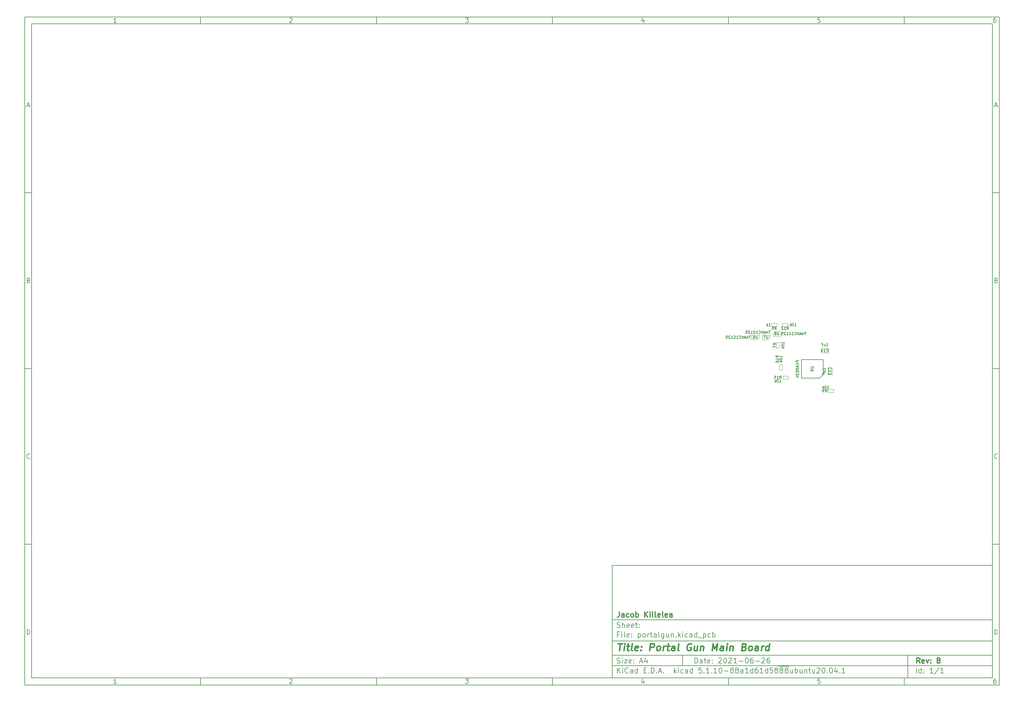
<source format=gbr>
%TF.GenerationSoftware,KiCad,Pcbnew,5.1.10-88a1d61d58~88~ubuntu20.04.1*%
%TF.CreationDate,2021-06-26T15:26:23-05:00*%
%TF.ProjectId,portalgun,706f7274-616c-4677-956e-2e6b69636164,B*%
%TF.SameCoordinates,Original*%
%TF.FileFunction,Other,Fab,Bot*%
%FSLAX46Y46*%
G04 Gerber Fmt 4.6, Leading zero omitted, Abs format (unit mm)*
G04 Created by KiCad (PCBNEW 5.1.10-88a1d61d58~88~ubuntu20.04.1) date 2021-06-26 15:26:23*
%MOMM*%
%LPD*%
G01*
G04 APERTURE LIST*
%ADD10C,0.100000*%
%ADD11C,0.150000*%
%ADD12C,0.300000*%
%ADD13C,0.400000*%
%ADD14C,0.127000*%
G04 APERTURE END LIST*
D10*
D11*
X177002200Y-166007200D02*
X177002200Y-198007200D01*
X285002200Y-198007200D01*
X285002200Y-166007200D01*
X177002200Y-166007200D01*
D10*
D11*
X10000000Y-10000000D02*
X10000000Y-200007200D01*
X287002200Y-200007200D01*
X287002200Y-10000000D01*
X10000000Y-10000000D01*
D10*
D11*
X12000000Y-12000000D02*
X12000000Y-198007200D01*
X285002200Y-198007200D01*
X285002200Y-12000000D01*
X12000000Y-12000000D01*
D10*
D11*
X60000000Y-12000000D02*
X60000000Y-10000000D01*
D10*
D11*
X110000000Y-12000000D02*
X110000000Y-10000000D01*
D10*
D11*
X160000000Y-12000000D02*
X160000000Y-10000000D01*
D10*
D11*
X210000000Y-12000000D02*
X210000000Y-10000000D01*
D10*
D11*
X260000000Y-12000000D02*
X260000000Y-10000000D01*
D10*
D11*
X36065476Y-11588095D02*
X35322619Y-11588095D01*
X35694047Y-11588095D02*
X35694047Y-10288095D01*
X35570238Y-10473809D01*
X35446428Y-10597619D01*
X35322619Y-10659523D01*
D10*
D11*
X85322619Y-10411904D02*
X85384523Y-10350000D01*
X85508333Y-10288095D01*
X85817857Y-10288095D01*
X85941666Y-10350000D01*
X86003571Y-10411904D01*
X86065476Y-10535714D01*
X86065476Y-10659523D01*
X86003571Y-10845238D01*
X85260714Y-11588095D01*
X86065476Y-11588095D01*
D10*
D11*
X135260714Y-10288095D02*
X136065476Y-10288095D01*
X135632142Y-10783333D01*
X135817857Y-10783333D01*
X135941666Y-10845238D01*
X136003571Y-10907142D01*
X136065476Y-11030952D01*
X136065476Y-11340476D01*
X136003571Y-11464285D01*
X135941666Y-11526190D01*
X135817857Y-11588095D01*
X135446428Y-11588095D01*
X135322619Y-11526190D01*
X135260714Y-11464285D01*
D10*
D11*
X185941666Y-10721428D02*
X185941666Y-11588095D01*
X185632142Y-10226190D02*
X185322619Y-11154761D01*
X186127380Y-11154761D01*
D10*
D11*
X236003571Y-10288095D02*
X235384523Y-10288095D01*
X235322619Y-10907142D01*
X235384523Y-10845238D01*
X235508333Y-10783333D01*
X235817857Y-10783333D01*
X235941666Y-10845238D01*
X236003571Y-10907142D01*
X236065476Y-11030952D01*
X236065476Y-11340476D01*
X236003571Y-11464285D01*
X235941666Y-11526190D01*
X235817857Y-11588095D01*
X235508333Y-11588095D01*
X235384523Y-11526190D01*
X235322619Y-11464285D01*
D10*
D11*
X285941666Y-10288095D02*
X285694047Y-10288095D01*
X285570238Y-10350000D01*
X285508333Y-10411904D01*
X285384523Y-10597619D01*
X285322619Y-10845238D01*
X285322619Y-11340476D01*
X285384523Y-11464285D01*
X285446428Y-11526190D01*
X285570238Y-11588095D01*
X285817857Y-11588095D01*
X285941666Y-11526190D01*
X286003571Y-11464285D01*
X286065476Y-11340476D01*
X286065476Y-11030952D01*
X286003571Y-10907142D01*
X285941666Y-10845238D01*
X285817857Y-10783333D01*
X285570238Y-10783333D01*
X285446428Y-10845238D01*
X285384523Y-10907142D01*
X285322619Y-11030952D01*
D10*
D11*
X60000000Y-198007200D02*
X60000000Y-200007200D01*
D10*
D11*
X110000000Y-198007200D02*
X110000000Y-200007200D01*
D10*
D11*
X160000000Y-198007200D02*
X160000000Y-200007200D01*
D10*
D11*
X210000000Y-198007200D02*
X210000000Y-200007200D01*
D10*
D11*
X260000000Y-198007200D02*
X260000000Y-200007200D01*
D10*
D11*
X36065476Y-199595295D02*
X35322619Y-199595295D01*
X35694047Y-199595295D02*
X35694047Y-198295295D01*
X35570238Y-198481009D01*
X35446428Y-198604819D01*
X35322619Y-198666723D01*
D10*
D11*
X85322619Y-198419104D02*
X85384523Y-198357200D01*
X85508333Y-198295295D01*
X85817857Y-198295295D01*
X85941666Y-198357200D01*
X86003571Y-198419104D01*
X86065476Y-198542914D01*
X86065476Y-198666723D01*
X86003571Y-198852438D01*
X85260714Y-199595295D01*
X86065476Y-199595295D01*
D10*
D11*
X135260714Y-198295295D02*
X136065476Y-198295295D01*
X135632142Y-198790533D01*
X135817857Y-198790533D01*
X135941666Y-198852438D01*
X136003571Y-198914342D01*
X136065476Y-199038152D01*
X136065476Y-199347676D01*
X136003571Y-199471485D01*
X135941666Y-199533390D01*
X135817857Y-199595295D01*
X135446428Y-199595295D01*
X135322619Y-199533390D01*
X135260714Y-199471485D01*
D10*
D11*
X185941666Y-198728628D02*
X185941666Y-199595295D01*
X185632142Y-198233390D02*
X185322619Y-199161961D01*
X186127380Y-199161961D01*
D10*
D11*
X236003571Y-198295295D02*
X235384523Y-198295295D01*
X235322619Y-198914342D01*
X235384523Y-198852438D01*
X235508333Y-198790533D01*
X235817857Y-198790533D01*
X235941666Y-198852438D01*
X236003571Y-198914342D01*
X236065476Y-199038152D01*
X236065476Y-199347676D01*
X236003571Y-199471485D01*
X235941666Y-199533390D01*
X235817857Y-199595295D01*
X235508333Y-199595295D01*
X235384523Y-199533390D01*
X235322619Y-199471485D01*
D10*
D11*
X285941666Y-198295295D02*
X285694047Y-198295295D01*
X285570238Y-198357200D01*
X285508333Y-198419104D01*
X285384523Y-198604819D01*
X285322619Y-198852438D01*
X285322619Y-199347676D01*
X285384523Y-199471485D01*
X285446428Y-199533390D01*
X285570238Y-199595295D01*
X285817857Y-199595295D01*
X285941666Y-199533390D01*
X286003571Y-199471485D01*
X286065476Y-199347676D01*
X286065476Y-199038152D01*
X286003571Y-198914342D01*
X285941666Y-198852438D01*
X285817857Y-198790533D01*
X285570238Y-198790533D01*
X285446428Y-198852438D01*
X285384523Y-198914342D01*
X285322619Y-199038152D01*
D10*
D11*
X10000000Y-60000000D02*
X12000000Y-60000000D01*
D10*
D11*
X10000000Y-110000000D02*
X12000000Y-110000000D01*
D10*
D11*
X10000000Y-160000000D02*
X12000000Y-160000000D01*
D10*
D11*
X10690476Y-35216666D02*
X11309523Y-35216666D01*
X10566666Y-35588095D02*
X11000000Y-34288095D01*
X11433333Y-35588095D01*
D10*
D11*
X11092857Y-84907142D02*
X11278571Y-84969047D01*
X11340476Y-85030952D01*
X11402380Y-85154761D01*
X11402380Y-85340476D01*
X11340476Y-85464285D01*
X11278571Y-85526190D01*
X11154761Y-85588095D01*
X10659523Y-85588095D01*
X10659523Y-84288095D01*
X11092857Y-84288095D01*
X11216666Y-84350000D01*
X11278571Y-84411904D01*
X11340476Y-84535714D01*
X11340476Y-84659523D01*
X11278571Y-84783333D01*
X11216666Y-84845238D01*
X11092857Y-84907142D01*
X10659523Y-84907142D01*
D10*
D11*
X11402380Y-135464285D02*
X11340476Y-135526190D01*
X11154761Y-135588095D01*
X11030952Y-135588095D01*
X10845238Y-135526190D01*
X10721428Y-135402380D01*
X10659523Y-135278571D01*
X10597619Y-135030952D01*
X10597619Y-134845238D01*
X10659523Y-134597619D01*
X10721428Y-134473809D01*
X10845238Y-134350000D01*
X11030952Y-134288095D01*
X11154761Y-134288095D01*
X11340476Y-134350000D01*
X11402380Y-134411904D01*
D10*
D11*
X10659523Y-185588095D02*
X10659523Y-184288095D01*
X10969047Y-184288095D01*
X11154761Y-184350000D01*
X11278571Y-184473809D01*
X11340476Y-184597619D01*
X11402380Y-184845238D01*
X11402380Y-185030952D01*
X11340476Y-185278571D01*
X11278571Y-185402380D01*
X11154761Y-185526190D01*
X10969047Y-185588095D01*
X10659523Y-185588095D01*
D10*
D11*
X287002200Y-60000000D02*
X285002200Y-60000000D01*
D10*
D11*
X287002200Y-110000000D02*
X285002200Y-110000000D01*
D10*
D11*
X287002200Y-160000000D02*
X285002200Y-160000000D01*
D10*
D11*
X285692676Y-35216666D02*
X286311723Y-35216666D01*
X285568866Y-35588095D02*
X286002200Y-34288095D01*
X286435533Y-35588095D01*
D10*
D11*
X286095057Y-84907142D02*
X286280771Y-84969047D01*
X286342676Y-85030952D01*
X286404580Y-85154761D01*
X286404580Y-85340476D01*
X286342676Y-85464285D01*
X286280771Y-85526190D01*
X286156961Y-85588095D01*
X285661723Y-85588095D01*
X285661723Y-84288095D01*
X286095057Y-84288095D01*
X286218866Y-84350000D01*
X286280771Y-84411904D01*
X286342676Y-84535714D01*
X286342676Y-84659523D01*
X286280771Y-84783333D01*
X286218866Y-84845238D01*
X286095057Y-84907142D01*
X285661723Y-84907142D01*
D10*
D11*
X286404580Y-135464285D02*
X286342676Y-135526190D01*
X286156961Y-135588095D01*
X286033152Y-135588095D01*
X285847438Y-135526190D01*
X285723628Y-135402380D01*
X285661723Y-135278571D01*
X285599819Y-135030952D01*
X285599819Y-134845238D01*
X285661723Y-134597619D01*
X285723628Y-134473809D01*
X285847438Y-134350000D01*
X286033152Y-134288095D01*
X286156961Y-134288095D01*
X286342676Y-134350000D01*
X286404580Y-134411904D01*
D10*
D11*
X285661723Y-185588095D02*
X285661723Y-184288095D01*
X285971247Y-184288095D01*
X286156961Y-184350000D01*
X286280771Y-184473809D01*
X286342676Y-184597619D01*
X286404580Y-184845238D01*
X286404580Y-185030952D01*
X286342676Y-185278571D01*
X286280771Y-185402380D01*
X286156961Y-185526190D01*
X285971247Y-185588095D01*
X285661723Y-185588095D01*
D10*
D11*
X200434342Y-193785771D02*
X200434342Y-192285771D01*
X200791485Y-192285771D01*
X201005771Y-192357200D01*
X201148628Y-192500057D01*
X201220057Y-192642914D01*
X201291485Y-192928628D01*
X201291485Y-193142914D01*
X201220057Y-193428628D01*
X201148628Y-193571485D01*
X201005771Y-193714342D01*
X200791485Y-193785771D01*
X200434342Y-193785771D01*
X202577200Y-193785771D02*
X202577200Y-193000057D01*
X202505771Y-192857200D01*
X202362914Y-192785771D01*
X202077200Y-192785771D01*
X201934342Y-192857200D01*
X202577200Y-193714342D02*
X202434342Y-193785771D01*
X202077200Y-193785771D01*
X201934342Y-193714342D01*
X201862914Y-193571485D01*
X201862914Y-193428628D01*
X201934342Y-193285771D01*
X202077200Y-193214342D01*
X202434342Y-193214342D01*
X202577200Y-193142914D01*
X203077200Y-192785771D02*
X203648628Y-192785771D01*
X203291485Y-192285771D02*
X203291485Y-193571485D01*
X203362914Y-193714342D01*
X203505771Y-193785771D01*
X203648628Y-193785771D01*
X204720057Y-193714342D02*
X204577200Y-193785771D01*
X204291485Y-193785771D01*
X204148628Y-193714342D01*
X204077200Y-193571485D01*
X204077200Y-193000057D01*
X204148628Y-192857200D01*
X204291485Y-192785771D01*
X204577200Y-192785771D01*
X204720057Y-192857200D01*
X204791485Y-193000057D01*
X204791485Y-193142914D01*
X204077200Y-193285771D01*
X205434342Y-193642914D02*
X205505771Y-193714342D01*
X205434342Y-193785771D01*
X205362914Y-193714342D01*
X205434342Y-193642914D01*
X205434342Y-193785771D01*
X205434342Y-192857200D02*
X205505771Y-192928628D01*
X205434342Y-193000057D01*
X205362914Y-192928628D01*
X205434342Y-192857200D01*
X205434342Y-193000057D01*
X207220057Y-192428628D02*
X207291485Y-192357200D01*
X207434342Y-192285771D01*
X207791485Y-192285771D01*
X207934342Y-192357200D01*
X208005771Y-192428628D01*
X208077200Y-192571485D01*
X208077200Y-192714342D01*
X208005771Y-192928628D01*
X207148628Y-193785771D01*
X208077200Y-193785771D01*
X209005771Y-192285771D02*
X209148628Y-192285771D01*
X209291485Y-192357200D01*
X209362914Y-192428628D01*
X209434342Y-192571485D01*
X209505771Y-192857200D01*
X209505771Y-193214342D01*
X209434342Y-193500057D01*
X209362914Y-193642914D01*
X209291485Y-193714342D01*
X209148628Y-193785771D01*
X209005771Y-193785771D01*
X208862914Y-193714342D01*
X208791485Y-193642914D01*
X208720057Y-193500057D01*
X208648628Y-193214342D01*
X208648628Y-192857200D01*
X208720057Y-192571485D01*
X208791485Y-192428628D01*
X208862914Y-192357200D01*
X209005771Y-192285771D01*
X210077200Y-192428628D02*
X210148628Y-192357200D01*
X210291485Y-192285771D01*
X210648628Y-192285771D01*
X210791485Y-192357200D01*
X210862914Y-192428628D01*
X210934342Y-192571485D01*
X210934342Y-192714342D01*
X210862914Y-192928628D01*
X210005771Y-193785771D01*
X210934342Y-193785771D01*
X212362914Y-193785771D02*
X211505771Y-193785771D01*
X211934342Y-193785771D02*
X211934342Y-192285771D01*
X211791485Y-192500057D01*
X211648628Y-192642914D01*
X211505771Y-192714342D01*
X213005771Y-193214342D02*
X214148628Y-193214342D01*
X215148628Y-192285771D02*
X215291485Y-192285771D01*
X215434342Y-192357200D01*
X215505771Y-192428628D01*
X215577200Y-192571485D01*
X215648628Y-192857200D01*
X215648628Y-193214342D01*
X215577200Y-193500057D01*
X215505771Y-193642914D01*
X215434342Y-193714342D01*
X215291485Y-193785771D01*
X215148628Y-193785771D01*
X215005771Y-193714342D01*
X214934342Y-193642914D01*
X214862914Y-193500057D01*
X214791485Y-193214342D01*
X214791485Y-192857200D01*
X214862914Y-192571485D01*
X214934342Y-192428628D01*
X215005771Y-192357200D01*
X215148628Y-192285771D01*
X216934342Y-192285771D02*
X216648628Y-192285771D01*
X216505771Y-192357200D01*
X216434342Y-192428628D01*
X216291485Y-192642914D01*
X216220057Y-192928628D01*
X216220057Y-193500057D01*
X216291485Y-193642914D01*
X216362914Y-193714342D01*
X216505771Y-193785771D01*
X216791485Y-193785771D01*
X216934342Y-193714342D01*
X217005771Y-193642914D01*
X217077200Y-193500057D01*
X217077200Y-193142914D01*
X217005771Y-193000057D01*
X216934342Y-192928628D01*
X216791485Y-192857200D01*
X216505771Y-192857200D01*
X216362914Y-192928628D01*
X216291485Y-193000057D01*
X216220057Y-193142914D01*
X217720057Y-193214342D02*
X218862914Y-193214342D01*
X219505771Y-192428628D02*
X219577200Y-192357200D01*
X219720057Y-192285771D01*
X220077200Y-192285771D01*
X220220057Y-192357200D01*
X220291485Y-192428628D01*
X220362914Y-192571485D01*
X220362914Y-192714342D01*
X220291485Y-192928628D01*
X219434342Y-193785771D01*
X220362914Y-193785771D01*
X221648628Y-192285771D02*
X221362914Y-192285771D01*
X221220057Y-192357200D01*
X221148628Y-192428628D01*
X221005771Y-192642914D01*
X220934342Y-192928628D01*
X220934342Y-193500057D01*
X221005771Y-193642914D01*
X221077200Y-193714342D01*
X221220057Y-193785771D01*
X221505771Y-193785771D01*
X221648628Y-193714342D01*
X221720057Y-193642914D01*
X221791485Y-193500057D01*
X221791485Y-193142914D01*
X221720057Y-193000057D01*
X221648628Y-192928628D01*
X221505771Y-192857200D01*
X221220057Y-192857200D01*
X221077200Y-192928628D01*
X221005771Y-193000057D01*
X220934342Y-193142914D01*
D10*
D11*
X177002200Y-194507200D02*
X285002200Y-194507200D01*
D10*
D11*
X178434342Y-196585771D02*
X178434342Y-195085771D01*
X179291485Y-196585771D02*
X178648628Y-195728628D01*
X179291485Y-195085771D02*
X178434342Y-195942914D01*
X179934342Y-196585771D02*
X179934342Y-195585771D01*
X179934342Y-195085771D02*
X179862914Y-195157200D01*
X179934342Y-195228628D01*
X180005771Y-195157200D01*
X179934342Y-195085771D01*
X179934342Y-195228628D01*
X181505771Y-196442914D02*
X181434342Y-196514342D01*
X181220057Y-196585771D01*
X181077200Y-196585771D01*
X180862914Y-196514342D01*
X180720057Y-196371485D01*
X180648628Y-196228628D01*
X180577200Y-195942914D01*
X180577200Y-195728628D01*
X180648628Y-195442914D01*
X180720057Y-195300057D01*
X180862914Y-195157200D01*
X181077200Y-195085771D01*
X181220057Y-195085771D01*
X181434342Y-195157200D01*
X181505771Y-195228628D01*
X182791485Y-196585771D02*
X182791485Y-195800057D01*
X182720057Y-195657200D01*
X182577200Y-195585771D01*
X182291485Y-195585771D01*
X182148628Y-195657200D01*
X182791485Y-196514342D02*
X182648628Y-196585771D01*
X182291485Y-196585771D01*
X182148628Y-196514342D01*
X182077200Y-196371485D01*
X182077200Y-196228628D01*
X182148628Y-196085771D01*
X182291485Y-196014342D01*
X182648628Y-196014342D01*
X182791485Y-195942914D01*
X184148628Y-196585771D02*
X184148628Y-195085771D01*
X184148628Y-196514342D02*
X184005771Y-196585771D01*
X183720057Y-196585771D01*
X183577200Y-196514342D01*
X183505771Y-196442914D01*
X183434342Y-196300057D01*
X183434342Y-195871485D01*
X183505771Y-195728628D01*
X183577200Y-195657200D01*
X183720057Y-195585771D01*
X184005771Y-195585771D01*
X184148628Y-195657200D01*
X186005771Y-195800057D02*
X186505771Y-195800057D01*
X186720057Y-196585771D02*
X186005771Y-196585771D01*
X186005771Y-195085771D01*
X186720057Y-195085771D01*
X187362914Y-196442914D02*
X187434342Y-196514342D01*
X187362914Y-196585771D01*
X187291485Y-196514342D01*
X187362914Y-196442914D01*
X187362914Y-196585771D01*
X188077200Y-196585771D02*
X188077200Y-195085771D01*
X188434342Y-195085771D01*
X188648628Y-195157200D01*
X188791485Y-195300057D01*
X188862914Y-195442914D01*
X188934342Y-195728628D01*
X188934342Y-195942914D01*
X188862914Y-196228628D01*
X188791485Y-196371485D01*
X188648628Y-196514342D01*
X188434342Y-196585771D01*
X188077200Y-196585771D01*
X189577200Y-196442914D02*
X189648628Y-196514342D01*
X189577200Y-196585771D01*
X189505771Y-196514342D01*
X189577200Y-196442914D01*
X189577200Y-196585771D01*
X190220057Y-196157200D02*
X190934342Y-196157200D01*
X190077200Y-196585771D02*
X190577200Y-195085771D01*
X191077200Y-196585771D01*
X191577200Y-196442914D02*
X191648628Y-196514342D01*
X191577200Y-196585771D01*
X191505771Y-196514342D01*
X191577200Y-196442914D01*
X191577200Y-196585771D01*
X194577200Y-196585771D02*
X194577200Y-195085771D01*
X194720057Y-196014342D02*
X195148628Y-196585771D01*
X195148628Y-195585771D02*
X194577200Y-196157200D01*
X195791485Y-196585771D02*
X195791485Y-195585771D01*
X195791485Y-195085771D02*
X195720057Y-195157200D01*
X195791485Y-195228628D01*
X195862914Y-195157200D01*
X195791485Y-195085771D01*
X195791485Y-195228628D01*
X197148628Y-196514342D02*
X197005771Y-196585771D01*
X196720057Y-196585771D01*
X196577200Y-196514342D01*
X196505771Y-196442914D01*
X196434342Y-196300057D01*
X196434342Y-195871485D01*
X196505771Y-195728628D01*
X196577200Y-195657200D01*
X196720057Y-195585771D01*
X197005771Y-195585771D01*
X197148628Y-195657200D01*
X198434342Y-196585771D02*
X198434342Y-195800057D01*
X198362914Y-195657200D01*
X198220057Y-195585771D01*
X197934342Y-195585771D01*
X197791485Y-195657200D01*
X198434342Y-196514342D02*
X198291485Y-196585771D01*
X197934342Y-196585771D01*
X197791485Y-196514342D01*
X197720057Y-196371485D01*
X197720057Y-196228628D01*
X197791485Y-196085771D01*
X197934342Y-196014342D01*
X198291485Y-196014342D01*
X198434342Y-195942914D01*
X199791485Y-196585771D02*
X199791485Y-195085771D01*
X199791485Y-196514342D02*
X199648628Y-196585771D01*
X199362914Y-196585771D01*
X199220057Y-196514342D01*
X199148628Y-196442914D01*
X199077200Y-196300057D01*
X199077200Y-195871485D01*
X199148628Y-195728628D01*
X199220057Y-195657200D01*
X199362914Y-195585771D01*
X199648628Y-195585771D01*
X199791485Y-195657200D01*
X202362914Y-195085771D02*
X201648628Y-195085771D01*
X201577200Y-195800057D01*
X201648628Y-195728628D01*
X201791485Y-195657200D01*
X202148628Y-195657200D01*
X202291485Y-195728628D01*
X202362914Y-195800057D01*
X202434342Y-195942914D01*
X202434342Y-196300057D01*
X202362914Y-196442914D01*
X202291485Y-196514342D01*
X202148628Y-196585771D01*
X201791485Y-196585771D01*
X201648628Y-196514342D01*
X201577200Y-196442914D01*
X203077200Y-196442914D02*
X203148628Y-196514342D01*
X203077200Y-196585771D01*
X203005771Y-196514342D01*
X203077200Y-196442914D01*
X203077200Y-196585771D01*
X204577200Y-196585771D02*
X203720057Y-196585771D01*
X204148628Y-196585771D02*
X204148628Y-195085771D01*
X204005771Y-195300057D01*
X203862914Y-195442914D01*
X203720057Y-195514342D01*
X205220057Y-196442914D02*
X205291485Y-196514342D01*
X205220057Y-196585771D01*
X205148628Y-196514342D01*
X205220057Y-196442914D01*
X205220057Y-196585771D01*
X206720057Y-196585771D02*
X205862914Y-196585771D01*
X206291485Y-196585771D02*
X206291485Y-195085771D01*
X206148628Y-195300057D01*
X206005771Y-195442914D01*
X205862914Y-195514342D01*
X207648628Y-195085771D02*
X207791485Y-195085771D01*
X207934342Y-195157200D01*
X208005771Y-195228628D01*
X208077200Y-195371485D01*
X208148628Y-195657200D01*
X208148628Y-196014342D01*
X208077200Y-196300057D01*
X208005771Y-196442914D01*
X207934342Y-196514342D01*
X207791485Y-196585771D01*
X207648628Y-196585771D01*
X207505771Y-196514342D01*
X207434342Y-196442914D01*
X207362914Y-196300057D01*
X207291485Y-196014342D01*
X207291485Y-195657200D01*
X207362914Y-195371485D01*
X207434342Y-195228628D01*
X207505771Y-195157200D01*
X207648628Y-195085771D01*
X208791485Y-196014342D02*
X209934342Y-196014342D01*
X210862914Y-195728628D02*
X210720057Y-195657200D01*
X210648628Y-195585771D01*
X210577200Y-195442914D01*
X210577200Y-195371485D01*
X210648628Y-195228628D01*
X210720057Y-195157200D01*
X210862914Y-195085771D01*
X211148628Y-195085771D01*
X211291485Y-195157200D01*
X211362914Y-195228628D01*
X211434342Y-195371485D01*
X211434342Y-195442914D01*
X211362914Y-195585771D01*
X211291485Y-195657200D01*
X211148628Y-195728628D01*
X210862914Y-195728628D01*
X210720057Y-195800057D01*
X210648628Y-195871485D01*
X210577200Y-196014342D01*
X210577200Y-196300057D01*
X210648628Y-196442914D01*
X210720057Y-196514342D01*
X210862914Y-196585771D01*
X211148628Y-196585771D01*
X211291485Y-196514342D01*
X211362914Y-196442914D01*
X211434342Y-196300057D01*
X211434342Y-196014342D01*
X211362914Y-195871485D01*
X211291485Y-195800057D01*
X211148628Y-195728628D01*
X212291485Y-195728628D02*
X212148628Y-195657200D01*
X212077200Y-195585771D01*
X212005771Y-195442914D01*
X212005771Y-195371485D01*
X212077200Y-195228628D01*
X212148628Y-195157200D01*
X212291485Y-195085771D01*
X212577200Y-195085771D01*
X212720057Y-195157200D01*
X212791485Y-195228628D01*
X212862914Y-195371485D01*
X212862914Y-195442914D01*
X212791485Y-195585771D01*
X212720057Y-195657200D01*
X212577200Y-195728628D01*
X212291485Y-195728628D01*
X212148628Y-195800057D01*
X212077200Y-195871485D01*
X212005771Y-196014342D01*
X212005771Y-196300057D01*
X212077200Y-196442914D01*
X212148628Y-196514342D01*
X212291485Y-196585771D01*
X212577200Y-196585771D01*
X212720057Y-196514342D01*
X212791485Y-196442914D01*
X212862914Y-196300057D01*
X212862914Y-196014342D01*
X212791485Y-195871485D01*
X212720057Y-195800057D01*
X212577200Y-195728628D01*
X214148628Y-196585771D02*
X214148628Y-195800057D01*
X214077200Y-195657200D01*
X213934342Y-195585771D01*
X213648628Y-195585771D01*
X213505771Y-195657200D01*
X214148628Y-196514342D02*
X214005771Y-196585771D01*
X213648628Y-196585771D01*
X213505771Y-196514342D01*
X213434342Y-196371485D01*
X213434342Y-196228628D01*
X213505771Y-196085771D01*
X213648628Y-196014342D01*
X214005771Y-196014342D01*
X214148628Y-195942914D01*
X215648628Y-196585771D02*
X214791485Y-196585771D01*
X215220057Y-196585771D02*
X215220057Y-195085771D01*
X215077200Y-195300057D01*
X214934342Y-195442914D01*
X214791485Y-195514342D01*
X216934342Y-196585771D02*
X216934342Y-195085771D01*
X216934342Y-196514342D02*
X216791485Y-196585771D01*
X216505771Y-196585771D01*
X216362914Y-196514342D01*
X216291485Y-196442914D01*
X216220057Y-196300057D01*
X216220057Y-195871485D01*
X216291485Y-195728628D01*
X216362914Y-195657200D01*
X216505771Y-195585771D01*
X216791485Y-195585771D01*
X216934342Y-195657200D01*
X218291485Y-195085771D02*
X218005771Y-195085771D01*
X217862914Y-195157200D01*
X217791485Y-195228628D01*
X217648628Y-195442914D01*
X217577200Y-195728628D01*
X217577200Y-196300057D01*
X217648628Y-196442914D01*
X217720057Y-196514342D01*
X217862914Y-196585771D01*
X218148628Y-196585771D01*
X218291485Y-196514342D01*
X218362914Y-196442914D01*
X218434342Y-196300057D01*
X218434342Y-195942914D01*
X218362914Y-195800057D01*
X218291485Y-195728628D01*
X218148628Y-195657200D01*
X217862914Y-195657200D01*
X217720057Y-195728628D01*
X217648628Y-195800057D01*
X217577200Y-195942914D01*
X219862914Y-196585771D02*
X219005771Y-196585771D01*
X219434342Y-196585771D02*
X219434342Y-195085771D01*
X219291485Y-195300057D01*
X219148628Y-195442914D01*
X219005771Y-195514342D01*
X221148628Y-196585771D02*
X221148628Y-195085771D01*
X221148628Y-196514342D02*
X221005771Y-196585771D01*
X220720057Y-196585771D01*
X220577200Y-196514342D01*
X220505771Y-196442914D01*
X220434342Y-196300057D01*
X220434342Y-195871485D01*
X220505771Y-195728628D01*
X220577200Y-195657200D01*
X220720057Y-195585771D01*
X221005771Y-195585771D01*
X221148628Y-195657200D01*
X222577200Y-195085771D02*
X221862914Y-195085771D01*
X221791485Y-195800057D01*
X221862914Y-195728628D01*
X222005771Y-195657200D01*
X222362914Y-195657200D01*
X222505771Y-195728628D01*
X222577200Y-195800057D01*
X222648628Y-195942914D01*
X222648628Y-196300057D01*
X222577200Y-196442914D01*
X222505771Y-196514342D01*
X222362914Y-196585771D01*
X222005771Y-196585771D01*
X221862914Y-196514342D01*
X221791485Y-196442914D01*
X223505771Y-195728628D02*
X223362914Y-195657200D01*
X223291485Y-195585771D01*
X223220057Y-195442914D01*
X223220057Y-195371485D01*
X223291485Y-195228628D01*
X223362914Y-195157200D01*
X223505771Y-195085771D01*
X223791485Y-195085771D01*
X223934342Y-195157200D01*
X224005771Y-195228628D01*
X224077200Y-195371485D01*
X224077200Y-195442914D01*
X224005771Y-195585771D01*
X223934342Y-195657200D01*
X223791485Y-195728628D01*
X223505771Y-195728628D01*
X223362914Y-195800057D01*
X223291485Y-195871485D01*
X223220057Y-196014342D01*
X223220057Y-196300057D01*
X223291485Y-196442914D01*
X223362914Y-196514342D01*
X223505771Y-196585771D01*
X223791485Y-196585771D01*
X223934342Y-196514342D01*
X224005771Y-196442914D01*
X224077200Y-196300057D01*
X224077200Y-196014342D01*
X224005771Y-195871485D01*
X223934342Y-195800057D01*
X223791485Y-195728628D01*
X224362914Y-194677200D02*
X225791485Y-194677200D01*
X224934342Y-195728628D02*
X224791485Y-195657200D01*
X224720057Y-195585771D01*
X224648628Y-195442914D01*
X224648628Y-195371485D01*
X224720057Y-195228628D01*
X224791485Y-195157200D01*
X224934342Y-195085771D01*
X225220057Y-195085771D01*
X225362914Y-195157200D01*
X225434342Y-195228628D01*
X225505771Y-195371485D01*
X225505771Y-195442914D01*
X225434342Y-195585771D01*
X225362914Y-195657200D01*
X225220057Y-195728628D01*
X224934342Y-195728628D01*
X224791485Y-195800057D01*
X224720057Y-195871485D01*
X224648628Y-196014342D01*
X224648628Y-196300057D01*
X224720057Y-196442914D01*
X224791485Y-196514342D01*
X224934342Y-196585771D01*
X225220057Y-196585771D01*
X225362914Y-196514342D01*
X225434342Y-196442914D01*
X225505771Y-196300057D01*
X225505771Y-196014342D01*
X225434342Y-195871485D01*
X225362914Y-195800057D01*
X225220057Y-195728628D01*
X225791485Y-194677200D02*
X227220057Y-194677200D01*
X226362914Y-195728628D02*
X226220057Y-195657200D01*
X226148628Y-195585771D01*
X226077199Y-195442914D01*
X226077199Y-195371485D01*
X226148628Y-195228628D01*
X226220057Y-195157200D01*
X226362914Y-195085771D01*
X226648628Y-195085771D01*
X226791485Y-195157200D01*
X226862914Y-195228628D01*
X226934342Y-195371485D01*
X226934342Y-195442914D01*
X226862914Y-195585771D01*
X226791485Y-195657200D01*
X226648628Y-195728628D01*
X226362914Y-195728628D01*
X226220057Y-195800057D01*
X226148628Y-195871485D01*
X226077199Y-196014342D01*
X226077199Y-196300057D01*
X226148628Y-196442914D01*
X226220057Y-196514342D01*
X226362914Y-196585771D01*
X226648628Y-196585771D01*
X226791485Y-196514342D01*
X226862914Y-196442914D01*
X226934342Y-196300057D01*
X226934342Y-196014342D01*
X226862914Y-195871485D01*
X226791485Y-195800057D01*
X226648628Y-195728628D01*
X228220057Y-195585771D02*
X228220057Y-196585771D01*
X227577199Y-195585771D02*
X227577199Y-196371485D01*
X227648628Y-196514342D01*
X227791485Y-196585771D01*
X228005771Y-196585771D01*
X228148628Y-196514342D01*
X228220057Y-196442914D01*
X228934342Y-196585771D02*
X228934342Y-195085771D01*
X228934342Y-195657200D02*
X229077199Y-195585771D01*
X229362914Y-195585771D01*
X229505771Y-195657200D01*
X229577199Y-195728628D01*
X229648628Y-195871485D01*
X229648628Y-196300057D01*
X229577199Y-196442914D01*
X229505771Y-196514342D01*
X229362914Y-196585771D01*
X229077199Y-196585771D01*
X228934342Y-196514342D01*
X230934342Y-195585771D02*
X230934342Y-196585771D01*
X230291485Y-195585771D02*
X230291485Y-196371485D01*
X230362914Y-196514342D01*
X230505771Y-196585771D01*
X230720057Y-196585771D01*
X230862914Y-196514342D01*
X230934342Y-196442914D01*
X231648628Y-195585771D02*
X231648628Y-196585771D01*
X231648628Y-195728628D02*
X231720057Y-195657200D01*
X231862914Y-195585771D01*
X232077199Y-195585771D01*
X232220057Y-195657200D01*
X232291485Y-195800057D01*
X232291485Y-196585771D01*
X232791485Y-195585771D02*
X233362914Y-195585771D01*
X233005771Y-195085771D02*
X233005771Y-196371485D01*
X233077199Y-196514342D01*
X233220057Y-196585771D01*
X233362914Y-196585771D01*
X234505771Y-195585771D02*
X234505771Y-196585771D01*
X233862914Y-195585771D02*
X233862914Y-196371485D01*
X233934342Y-196514342D01*
X234077200Y-196585771D01*
X234291485Y-196585771D01*
X234434342Y-196514342D01*
X234505771Y-196442914D01*
X235148628Y-195228628D02*
X235220057Y-195157200D01*
X235362914Y-195085771D01*
X235720057Y-195085771D01*
X235862914Y-195157200D01*
X235934342Y-195228628D01*
X236005771Y-195371485D01*
X236005771Y-195514342D01*
X235934342Y-195728628D01*
X235077200Y-196585771D01*
X236005771Y-196585771D01*
X236934342Y-195085771D02*
X237077199Y-195085771D01*
X237220057Y-195157200D01*
X237291485Y-195228628D01*
X237362914Y-195371485D01*
X237434342Y-195657200D01*
X237434342Y-196014342D01*
X237362914Y-196300057D01*
X237291485Y-196442914D01*
X237220057Y-196514342D01*
X237077199Y-196585771D01*
X236934342Y-196585771D01*
X236791485Y-196514342D01*
X236720057Y-196442914D01*
X236648628Y-196300057D01*
X236577199Y-196014342D01*
X236577199Y-195657200D01*
X236648628Y-195371485D01*
X236720057Y-195228628D01*
X236791485Y-195157200D01*
X236934342Y-195085771D01*
X238077199Y-196442914D02*
X238148628Y-196514342D01*
X238077199Y-196585771D01*
X238005771Y-196514342D01*
X238077199Y-196442914D01*
X238077199Y-196585771D01*
X239077199Y-195085771D02*
X239220057Y-195085771D01*
X239362914Y-195157200D01*
X239434342Y-195228628D01*
X239505771Y-195371485D01*
X239577199Y-195657200D01*
X239577199Y-196014342D01*
X239505771Y-196300057D01*
X239434342Y-196442914D01*
X239362914Y-196514342D01*
X239220057Y-196585771D01*
X239077199Y-196585771D01*
X238934342Y-196514342D01*
X238862914Y-196442914D01*
X238791485Y-196300057D01*
X238720057Y-196014342D01*
X238720057Y-195657200D01*
X238791485Y-195371485D01*
X238862914Y-195228628D01*
X238934342Y-195157200D01*
X239077199Y-195085771D01*
X240862914Y-195585771D02*
X240862914Y-196585771D01*
X240505771Y-195014342D02*
X240148628Y-196085771D01*
X241077199Y-196085771D01*
X241648628Y-196442914D02*
X241720057Y-196514342D01*
X241648628Y-196585771D01*
X241577199Y-196514342D01*
X241648628Y-196442914D01*
X241648628Y-196585771D01*
X243148628Y-196585771D02*
X242291485Y-196585771D01*
X242720057Y-196585771D02*
X242720057Y-195085771D01*
X242577199Y-195300057D01*
X242434342Y-195442914D01*
X242291485Y-195514342D01*
D10*
D11*
X177002200Y-191507200D02*
X285002200Y-191507200D01*
D10*
D12*
X264411485Y-193785771D02*
X263911485Y-193071485D01*
X263554342Y-193785771D02*
X263554342Y-192285771D01*
X264125771Y-192285771D01*
X264268628Y-192357200D01*
X264340057Y-192428628D01*
X264411485Y-192571485D01*
X264411485Y-192785771D01*
X264340057Y-192928628D01*
X264268628Y-193000057D01*
X264125771Y-193071485D01*
X263554342Y-193071485D01*
X265625771Y-193714342D02*
X265482914Y-193785771D01*
X265197200Y-193785771D01*
X265054342Y-193714342D01*
X264982914Y-193571485D01*
X264982914Y-193000057D01*
X265054342Y-192857200D01*
X265197200Y-192785771D01*
X265482914Y-192785771D01*
X265625771Y-192857200D01*
X265697200Y-193000057D01*
X265697200Y-193142914D01*
X264982914Y-193285771D01*
X266197200Y-192785771D02*
X266554342Y-193785771D01*
X266911485Y-192785771D01*
X267482914Y-193642914D02*
X267554342Y-193714342D01*
X267482914Y-193785771D01*
X267411485Y-193714342D01*
X267482914Y-193642914D01*
X267482914Y-193785771D01*
X267482914Y-192857200D02*
X267554342Y-192928628D01*
X267482914Y-193000057D01*
X267411485Y-192928628D01*
X267482914Y-192857200D01*
X267482914Y-193000057D01*
X269840057Y-193000057D02*
X270054342Y-193071485D01*
X270125771Y-193142914D01*
X270197200Y-193285771D01*
X270197200Y-193500057D01*
X270125771Y-193642914D01*
X270054342Y-193714342D01*
X269911485Y-193785771D01*
X269340057Y-193785771D01*
X269340057Y-192285771D01*
X269840057Y-192285771D01*
X269982914Y-192357200D01*
X270054342Y-192428628D01*
X270125771Y-192571485D01*
X270125771Y-192714342D01*
X270054342Y-192857200D01*
X269982914Y-192928628D01*
X269840057Y-193000057D01*
X269340057Y-193000057D01*
D10*
D11*
X178362914Y-193714342D02*
X178577200Y-193785771D01*
X178934342Y-193785771D01*
X179077200Y-193714342D01*
X179148628Y-193642914D01*
X179220057Y-193500057D01*
X179220057Y-193357200D01*
X179148628Y-193214342D01*
X179077200Y-193142914D01*
X178934342Y-193071485D01*
X178648628Y-193000057D01*
X178505771Y-192928628D01*
X178434342Y-192857200D01*
X178362914Y-192714342D01*
X178362914Y-192571485D01*
X178434342Y-192428628D01*
X178505771Y-192357200D01*
X178648628Y-192285771D01*
X179005771Y-192285771D01*
X179220057Y-192357200D01*
X179862914Y-193785771D02*
X179862914Y-192785771D01*
X179862914Y-192285771D02*
X179791485Y-192357200D01*
X179862914Y-192428628D01*
X179934342Y-192357200D01*
X179862914Y-192285771D01*
X179862914Y-192428628D01*
X180434342Y-192785771D02*
X181220057Y-192785771D01*
X180434342Y-193785771D01*
X181220057Y-193785771D01*
X182362914Y-193714342D02*
X182220057Y-193785771D01*
X181934342Y-193785771D01*
X181791485Y-193714342D01*
X181720057Y-193571485D01*
X181720057Y-193000057D01*
X181791485Y-192857200D01*
X181934342Y-192785771D01*
X182220057Y-192785771D01*
X182362914Y-192857200D01*
X182434342Y-193000057D01*
X182434342Y-193142914D01*
X181720057Y-193285771D01*
X183077200Y-193642914D02*
X183148628Y-193714342D01*
X183077200Y-193785771D01*
X183005771Y-193714342D01*
X183077200Y-193642914D01*
X183077200Y-193785771D01*
X183077200Y-192857200D02*
X183148628Y-192928628D01*
X183077200Y-193000057D01*
X183005771Y-192928628D01*
X183077200Y-192857200D01*
X183077200Y-193000057D01*
X184862914Y-193357200D02*
X185577200Y-193357200D01*
X184720057Y-193785771D02*
X185220057Y-192285771D01*
X185720057Y-193785771D01*
X186862914Y-192785771D02*
X186862914Y-193785771D01*
X186505771Y-192214342D02*
X186148628Y-193285771D01*
X187077200Y-193285771D01*
D10*
D11*
X263434342Y-196585771D02*
X263434342Y-195085771D01*
X264791485Y-196585771D02*
X264791485Y-195085771D01*
X264791485Y-196514342D02*
X264648628Y-196585771D01*
X264362914Y-196585771D01*
X264220057Y-196514342D01*
X264148628Y-196442914D01*
X264077200Y-196300057D01*
X264077200Y-195871485D01*
X264148628Y-195728628D01*
X264220057Y-195657200D01*
X264362914Y-195585771D01*
X264648628Y-195585771D01*
X264791485Y-195657200D01*
X265505771Y-196442914D02*
X265577200Y-196514342D01*
X265505771Y-196585771D01*
X265434342Y-196514342D01*
X265505771Y-196442914D01*
X265505771Y-196585771D01*
X265505771Y-195657200D02*
X265577200Y-195728628D01*
X265505771Y-195800057D01*
X265434342Y-195728628D01*
X265505771Y-195657200D01*
X265505771Y-195800057D01*
X268148628Y-196585771D02*
X267291485Y-196585771D01*
X267720057Y-196585771D02*
X267720057Y-195085771D01*
X267577200Y-195300057D01*
X267434342Y-195442914D01*
X267291485Y-195514342D01*
X269862914Y-195014342D02*
X268577200Y-196942914D01*
X271148628Y-196585771D02*
X270291485Y-196585771D01*
X270720057Y-196585771D02*
X270720057Y-195085771D01*
X270577200Y-195300057D01*
X270434342Y-195442914D01*
X270291485Y-195514342D01*
D10*
D11*
X177002200Y-187507200D02*
X285002200Y-187507200D01*
D10*
D13*
X178714580Y-188211961D02*
X179857438Y-188211961D01*
X179036009Y-190211961D02*
X179286009Y-188211961D01*
X180274104Y-190211961D02*
X180440771Y-188878628D01*
X180524104Y-188211961D02*
X180416961Y-188307200D01*
X180500295Y-188402438D01*
X180607438Y-188307200D01*
X180524104Y-188211961D01*
X180500295Y-188402438D01*
X181107438Y-188878628D02*
X181869342Y-188878628D01*
X181476485Y-188211961D02*
X181262200Y-189926247D01*
X181333628Y-190116723D01*
X181512200Y-190211961D01*
X181702676Y-190211961D01*
X182655057Y-190211961D02*
X182476485Y-190116723D01*
X182405057Y-189926247D01*
X182619342Y-188211961D01*
X184190771Y-190116723D02*
X183988390Y-190211961D01*
X183607438Y-190211961D01*
X183428866Y-190116723D01*
X183357438Y-189926247D01*
X183452676Y-189164342D01*
X183571723Y-188973866D01*
X183774104Y-188878628D01*
X184155057Y-188878628D01*
X184333628Y-188973866D01*
X184405057Y-189164342D01*
X184381247Y-189354819D01*
X183405057Y-189545295D01*
X185155057Y-190021485D02*
X185238390Y-190116723D01*
X185131247Y-190211961D01*
X185047914Y-190116723D01*
X185155057Y-190021485D01*
X185131247Y-190211961D01*
X185286009Y-188973866D02*
X185369342Y-189069104D01*
X185262200Y-189164342D01*
X185178866Y-189069104D01*
X185286009Y-188973866D01*
X185262200Y-189164342D01*
X187607438Y-190211961D02*
X187857438Y-188211961D01*
X188619342Y-188211961D01*
X188797914Y-188307200D01*
X188881247Y-188402438D01*
X188952676Y-188592914D01*
X188916961Y-188878628D01*
X188797914Y-189069104D01*
X188690771Y-189164342D01*
X188488390Y-189259580D01*
X187726485Y-189259580D01*
X189893152Y-190211961D02*
X189714580Y-190116723D01*
X189631247Y-190021485D01*
X189559819Y-189831009D01*
X189631247Y-189259580D01*
X189750295Y-189069104D01*
X189857438Y-188973866D01*
X190059819Y-188878628D01*
X190345533Y-188878628D01*
X190524104Y-188973866D01*
X190607438Y-189069104D01*
X190678866Y-189259580D01*
X190607438Y-189831009D01*
X190488390Y-190021485D01*
X190381247Y-190116723D01*
X190178866Y-190211961D01*
X189893152Y-190211961D01*
X191416961Y-190211961D02*
X191583628Y-188878628D01*
X191536009Y-189259580D02*
X191655057Y-189069104D01*
X191762200Y-188973866D01*
X191964580Y-188878628D01*
X192155057Y-188878628D01*
X192536009Y-188878628D02*
X193297914Y-188878628D01*
X192905057Y-188211961D02*
X192690771Y-189926247D01*
X192762200Y-190116723D01*
X192940771Y-190211961D01*
X193131247Y-190211961D01*
X194655057Y-190211961D02*
X194786009Y-189164342D01*
X194714580Y-188973866D01*
X194536009Y-188878628D01*
X194155057Y-188878628D01*
X193952676Y-188973866D01*
X194666961Y-190116723D02*
X194464580Y-190211961D01*
X193988390Y-190211961D01*
X193809819Y-190116723D01*
X193738390Y-189926247D01*
X193762200Y-189735771D01*
X193881247Y-189545295D01*
X194083628Y-189450057D01*
X194559819Y-189450057D01*
X194762200Y-189354819D01*
X195893152Y-190211961D02*
X195714580Y-190116723D01*
X195643152Y-189926247D01*
X195857438Y-188211961D01*
X199464580Y-188307200D02*
X199286009Y-188211961D01*
X199000295Y-188211961D01*
X198702676Y-188307200D01*
X198488390Y-188497676D01*
X198369342Y-188688152D01*
X198226485Y-189069104D01*
X198190771Y-189354819D01*
X198238390Y-189735771D01*
X198309819Y-189926247D01*
X198476485Y-190116723D01*
X198750295Y-190211961D01*
X198940771Y-190211961D01*
X199238390Y-190116723D01*
X199345533Y-190021485D01*
X199428866Y-189354819D01*
X199047914Y-189354819D01*
X201202676Y-188878628D02*
X201036009Y-190211961D01*
X200345533Y-188878628D02*
X200214580Y-189926247D01*
X200286009Y-190116723D01*
X200464580Y-190211961D01*
X200750295Y-190211961D01*
X200952676Y-190116723D01*
X201059819Y-190021485D01*
X202155057Y-188878628D02*
X201988390Y-190211961D01*
X202131247Y-189069104D02*
X202238390Y-188973866D01*
X202440771Y-188878628D01*
X202726485Y-188878628D01*
X202905057Y-188973866D01*
X202976485Y-189164342D01*
X202845533Y-190211961D01*
X205321723Y-190211961D02*
X205571723Y-188211961D01*
X206059819Y-189640533D01*
X206905057Y-188211961D01*
X206655057Y-190211961D01*
X208464580Y-190211961D02*
X208595533Y-189164342D01*
X208524104Y-188973866D01*
X208345533Y-188878628D01*
X207964580Y-188878628D01*
X207762200Y-188973866D01*
X208476485Y-190116723D02*
X208274104Y-190211961D01*
X207797914Y-190211961D01*
X207619342Y-190116723D01*
X207547914Y-189926247D01*
X207571723Y-189735771D01*
X207690771Y-189545295D01*
X207893152Y-189450057D01*
X208369342Y-189450057D01*
X208571723Y-189354819D01*
X209416961Y-190211961D02*
X209583628Y-188878628D01*
X209666961Y-188211961D02*
X209559819Y-188307200D01*
X209643152Y-188402438D01*
X209750295Y-188307200D01*
X209666961Y-188211961D01*
X209643152Y-188402438D01*
X210536009Y-188878628D02*
X210369342Y-190211961D01*
X210512200Y-189069104D02*
X210619342Y-188973866D01*
X210821723Y-188878628D01*
X211107438Y-188878628D01*
X211286009Y-188973866D01*
X211357438Y-189164342D01*
X211226485Y-190211961D01*
X214500295Y-189164342D02*
X214774104Y-189259580D01*
X214857438Y-189354819D01*
X214928866Y-189545295D01*
X214893152Y-189831009D01*
X214774104Y-190021485D01*
X214666961Y-190116723D01*
X214464580Y-190211961D01*
X213702676Y-190211961D01*
X213952676Y-188211961D01*
X214619342Y-188211961D01*
X214797914Y-188307200D01*
X214881247Y-188402438D01*
X214952676Y-188592914D01*
X214928866Y-188783390D01*
X214809819Y-188973866D01*
X214702676Y-189069104D01*
X214500295Y-189164342D01*
X213833628Y-189164342D01*
X215988390Y-190211961D02*
X215809819Y-190116723D01*
X215726485Y-190021485D01*
X215655057Y-189831009D01*
X215726485Y-189259580D01*
X215845533Y-189069104D01*
X215952676Y-188973866D01*
X216155057Y-188878628D01*
X216440771Y-188878628D01*
X216619342Y-188973866D01*
X216702676Y-189069104D01*
X216774104Y-189259580D01*
X216702676Y-189831009D01*
X216583628Y-190021485D01*
X216476485Y-190116723D01*
X216274104Y-190211961D01*
X215988390Y-190211961D01*
X218369342Y-190211961D02*
X218500295Y-189164342D01*
X218428866Y-188973866D01*
X218250295Y-188878628D01*
X217869342Y-188878628D01*
X217666961Y-188973866D01*
X218381247Y-190116723D02*
X218178866Y-190211961D01*
X217702676Y-190211961D01*
X217524104Y-190116723D01*
X217452676Y-189926247D01*
X217476485Y-189735771D01*
X217595533Y-189545295D01*
X217797914Y-189450057D01*
X218274104Y-189450057D01*
X218476485Y-189354819D01*
X219321723Y-190211961D02*
X219488390Y-188878628D01*
X219440771Y-189259580D02*
X219559819Y-189069104D01*
X219666961Y-188973866D01*
X219869342Y-188878628D01*
X220059819Y-188878628D01*
X221416961Y-190211961D02*
X221666961Y-188211961D01*
X221428866Y-190116723D02*
X221226485Y-190211961D01*
X220845533Y-190211961D01*
X220666961Y-190116723D01*
X220583628Y-190021485D01*
X220512200Y-189831009D01*
X220583628Y-189259580D01*
X220702676Y-189069104D01*
X220809819Y-188973866D01*
X221012200Y-188878628D01*
X221393152Y-188878628D01*
X221571723Y-188973866D01*
D10*
D11*
X178934342Y-185600057D02*
X178434342Y-185600057D01*
X178434342Y-186385771D02*
X178434342Y-184885771D01*
X179148628Y-184885771D01*
X179720057Y-186385771D02*
X179720057Y-185385771D01*
X179720057Y-184885771D02*
X179648628Y-184957200D01*
X179720057Y-185028628D01*
X179791485Y-184957200D01*
X179720057Y-184885771D01*
X179720057Y-185028628D01*
X180648628Y-186385771D02*
X180505771Y-186314342D01*
X180434342Y-186171485D01*
X180434342Y-184885771D01*
X181791485Y-186314342D02*
X181648628Y-186385771D01*
X181362914Y-186385771D01*
X181220057Y-186314342D01*
X181148628Y-186171485D01*
X181148628Y-185600057D01*
X181220057Y-185457200D01*
X181362914Y-185385771D01*
X181648628Y-185385771D01*
X181791485Y-185457200D01*
X181862914Y-185600057D01*
X181862914Y-185742914D01*
X181148628Y-185885771D01*
X182505771Y-186242914D02*
X182577200Y-186314342D01*
X182505771Y-186385771D01*
X182434342Y-186314342D01*
X182505771Y-186242914D01*
X182505771Y-186385771D01*
X182505771Y-185457200D02*
X182577200Y-185528628D01*
X182505771Y-185600057D01*
X182434342Y-185528628D01*
X182505771Y-185457200D01*
X182505771Y-185600057D01*
X184362914Y-185385771D02*
X184362914Y-186885771D01*
X184362914Y-185457200D02*
X184505771Y-185385771D01*
X184791485Y-185385771D01*
X184934342Y-185457200D01*
X185005771Y-185528628D01*
X185077200Y-185671485D01*
X185077200Y-186100057D01*
X185005771Y-186242914D01*
X184934342Y-186314342D01*
X184791485Y-186385771D01*
X184505771Y-186385771D01*
X184362914Y-186314342D01*
X185934342Y-186385771D02*
X185791485Y-186314342D01*
X185720057Y-186242914D01*
X185648628Y-186100057D01*
X185648628Y-185671485D01*
X185720057Y-185528628D01*
X185791485Y-185457200D01*
X185934342Y-185385771D01*
X186148628Y-185385771D01*
X186291485Y-185457200D01*
X186362914Y-185528628D01*
X186434342Y-185671485D01*
X186434342Y-186100057D01*
X186362914Y-186242914D01*
X186291485Y-186314342D01*
X186148628Y-186385771D01*
X185934342Y-186385771D01*
X187077200Y-186385771D02*
X187077200Y-185385771D01*
X187077200Y-185671485D02*
X187148628Y-185528628D01*
X187220057Y-185457200D01*
X187362914Y-185385771D01*
X187505771Y-185385771D01*
X187791485Y-185385771D02*
X188362914Y-185385771D01*
X188005771Y-184885771D02*
X188005771Y-186171485D01*
X188077200Y-186314342D01*
X188220057Y-186385771D01*
X188362914Y-186385771D01*
X189505771Y-186385771D02*
X189505771Y-185600057D01*
X189434342Y-185457200D01*
X189291485Y-185385771D01*
X189005771Y-185385771D01*
X188862914Y-185457200D01*
X189505771Y-186314342D02*
X189362914Y-186385771D01*
X189005771Y-186385771D01*
X188862914Y-186314342D01*
X188791485Y-186171485D01*
X188791485Y-186028628D01*
X188862914Y-185885771D01*
X189005771Y-185814342D01*
X189362914Y-185814342D01*
X189505771Y-185742914D01*
X190434342Y-186385771D02*
X190291485Y-186314342D01*
X190220057Y-186171485D01*
X190220057Y-184885771D01*
X191648628Y-185385771D02*
X191648628Y-186600057D01*
X191577200Y-186742914D01*
X191505771Y-186814342D01*
X191362914Y-186885771D01*
X191148628Y-186885771D01*
X191005771Y-186814342D01*
X191648628Y-186314342D02*
X191505771Y-186385771D01*
X191220057Y-186385771D01*
X191077200Y-186314342D01*
X191005771Y-186242914D01*
X190934342Y-186100057D01*
X190934342Y-185671485D01*
X191005771Y-185528628D01*
X191077200Y-185457200D01*
X191220057Y-185385771D01*
X191505771Y-185385771D01*
X191648628Y-185457200D01*
X193005771Y-185385771D02*
X193005771Y-186385771D01*
X192362914Y-185385771D02*
X192362914Y-186171485D01*
X192434342Y-186314342D01*
X192577200Y-186385771D01*
X192791485Y-186385771D01*
X192934342Y-186314342D01*
X193005771Y-186242914D01*
X193720057Y-185385771D02*
X193720057Y-186385771D01*
X193720057Y-185528628D02*
X193791485Y-185457200D01*
X193934342Y-185385771D01*
X194148628Y-185385771D01*
X194291485Y-185457200D01*
X194362914Y-185600057D01*
X194362914Y-186385771D01*
X195077200Y-186242914D02*
X195148628Y-186314342D01*
X195077200Y-186385771D01*
X195005771Y-186314342D01*
X195077200Y-186242914D01*
X195077200Y-186385771D01*
X195791485Y-186385771D02*
X195791485Y-184885771D01*
X195934342Y-185814342D02*
X196362914Y-186385771D01*
X196362914Y-185385771D02*
X195791485Y-185957200D01*
X197005771Y-186385771D02*
X197005771Y-185385771D01*
X197005771Y-184885771D02*
X196934342Y-184957200D01*
X197005771Y-185028628D01*
X197077200Y-184957200D01*
X197005771Y-184885771D01*
X197005771Y-185028628D01*
X198362914Y-186314342D02*
X198220057Y-186385771D01*
X197934342Y-186385771D01*
X197791485Y-186314342D01*
X197720057Y-186242914D01*
X197648628Y-186100057D01*
X197648628Y-185671485D01*
X197720057Y-185528628D01*
X197791485Y-185457200D01*
X197934342Y-185385771D01*
X198220057Y-185385771D01*
X198362914Y-185457200D01*
X199648628Y-186385771D02*
X199648628Y-185600057D01*
X199577200Y-185457200D01*
X199434342Y-185385771D01*
X199148628Y-185385771D01*
X199005771Y-185457200D01*
X199648628Y-186314342D02*
X199505771Y-186385771D01*
X199148628Y-186385771D01*
X199005771Y-186314342D01*
X198934342Y-186171485D01*
X198934342Y-186028628D01*
X199005771Y-185885771D01*
X199148628Y-185814342D01*
X199505771Y-185814342D01*
X199648628Y-185742914D01*
X201005771Y-186385771D02*
X201005771Y-184885771D01*
X201005771Y-186314342D02*
X200862914Y-186385771D01*
X200577200Y-186385771D01*
X200434342Y-186314342D01*
X200362914Y-186242914D01*
X200291485Y-186100057D01*
X200291485Y-185671485D01*
X200362914Y-185528628D01*
X200434342Y-185457200D01*
X200577200Y-185385771D01*
X200862914Y-185385771D01*
X201005771Y-185457200D01*
X201362914Y-186528628D02*
X202505771Y-186528628D01*
X202862914Y-185385771D02*
X202862914Y-186885771D01*
X202862914Y-185457200D02*
X203005771Y-185385771D01*
X203291485Y-185385771D01*
X203434342Y-185457200D01*
X203505771Y-185528628D01*
X203577200Y-185671485D01*
X203577200Y-186100057D01*
X203505771Y-186242914D01*
X203434342Y-186314342D01*
X203291485Y-186385771D01*
X203005771Y-186385771D01*
X202862914Y-186314342D01*
X204862914Y-186314342D02*
X204720057Y-186385771D01*
X204434342Y-186385771D01*
X204291485Y-186314342D01*
X204220057Y-186242914D01*
X204148628Y-186100057D01*
X204148628Y-185671485D01*
X204220057Y-185528628D01*
X204291485Y-185457200D01*
X204434342Y-185385771D01*
X204720057Y-185385771D01*
X204862914Y-185457200D01*
X205505771Y-186385771D02*
X205505771Y-184885771D01*
X205505771Y-185457200D02*
X205648628Y-185385771D01*
X205934342Y-185385771D01*
X206077200Y-185457200D01*
X206148628Y-185528628D01*
X206220057Y-185671485D01*
X206220057Y-186100057D01*
X206148628Y-186242914D01*
X206077200Y-186314342D01*
X205934342Y-186385771D01*
X205648628Y-186385771D01*
X205505771Y-186314342D01*
D10*
D11*
X177002200Y-181507200D02*
X285002200Y-181507200D01*
D10*
D11*
X178362914Y-183614342D02*
X178577200Y-183685771D01*
X178934342Y-183685771D01*
X179077200Y-183614342D01*
X179148628Y-183542914D01*
X179220057Y-183400057D01*
X179220057Y-183257200D01*
X179148628Y-183114342D01*
X179077200Y-183042914D01*
X178934342Y-182971485D01*
X178648628Y-182900057D01*
X178505771Y-182828628D01*
X178434342Y-182757200D01*
X178362914Y-182614342D01*
X178362914Y-182471485D01*
X178434342Y-182328628D01*
X178505771Y-182257200D01*
X178648628Y-182185771D01*
X179005771Y-182185771D01*
X179220057Y-182257200D01*
X179862914Y-183685771D02*
X179862914Y-182185771D01*
X180505771Y-183685771D02*
X180505771Y-182900057D01*
X180434342Y-182757200D01*
X180291485Y-182685771D01*
X180077200Y-182685771D01*
X179934342Y-182757200D01*
X179862914Y-182828628D01*
X181791485Y-183614342D02*
X181648628Y-183685771D01*
X181362914Y-183685771D01*
X181220057Y-183614342D01*
X181148628Y-183471485D01*
X181148628Y-182900057D01*
X181220057Y-182757200D01*
X181362914Y-182685771D01*
X181648628Y-182685771D01*
X181791485Y-182757200D01*
X181862914Y-182900057D01*
X181862914Y-183042914D01*
X181148628Y-183185771D01*
X183077200Y-183614342D02*
X182934342Y-183685771D01*
X182648628Y-183685771D01*
X182505771Y-183614342D01*
X182434342Y-183471485D01*
X182434342Y-182900057D01*
X182505771Y-182757200D01*
X182648628Y-182685771D01*
X182934342Y-182685771D01*
X183077200Y-182757200D01*
X183148628Y-182900057D01*
X183148628Y-183042914D01*
X182434342Y-183185771D01*
X183577200Y-182685771D02*
X184148628Y-182685771D01*
X183791485Y-182185771D02*
X183791485Y-183471485D01*
X183862914Y-183614342D01*
X184005771Y-183685771D01*
X184148628Y-183685771D01*
X184648628Y-183542914D02*
X184720057Y-183614342D01*
X184648628Y-183685771D01*
X184577200Y-183614342D01*
X184648628Y-183542914D01*
X184648628Y-183685771D01*
X184648628Y-182757200D02*
X184720057Y-182828628D01*
X184648628Y-182900057D01*
X184577200Y-182828628D01*
X184648628Y-182757200D01*
X184648628Y-182900057D01*
D10*
D12*
X178982914Y-179185771D02*
X178982914Y-180257200D01*
X178911485Y-180471485D01*
X178768628Y-180614342D01*
X178554342Y-180685771D01*
X178411485Y-180685771D01*
X180340057Y-180685771D02*
X180340057Y-179900057D01*
X180268628Y-179757200D01*
X180125771Y-179685771D01*
X179840057Y-179685771D01*
X179697200Y-179757200D01*
X180340057Y-180614342D02*
X180197200Y-180685771D01*
X179840057Y-180685771D01*
X179697200Y-180614342D01*
X179625771Y-180471485D01*
X179625771Y-180328628D01*
X179697200Y-180185771D01*
X179840057Y-180114342D01*
X180197200Y-180114342D01*
X180340057Y-180042914D01*
X181697200Y-180614342D02*
X181554342Y-180685771D01*
X181268628Y-180685771D01*
X181125771Y-180614342D01*
X181054342Y-180542914D01*
X180982914Y-180400057D01*
X180982914Y-179971485D01*
X181054342Y-179828628D01*
X181125771Y-179757200D01*
X181268628Y-179685771D01*
X181554342Y-179685771D01*
X181697200Y-179757200D01*
X182554342Y-180685771D02*
X182411485Y-180614342D01*
X182340057Y-180542914D01*
X182268628Y-180400057D01*
X182268628Y-179971485D01*
X182340057Y-179828628D01*
X182411485Y-179757200D01*
X182554342Y-179685771D01*
X182768628Y-179685771D01*
X182911485Y-179757200D01*
X182982914Y-179828628D01*
X183054342Y-179971485D01*
X183054342Y-180400057D01*
X182982914Y-180542914D01*
X182911485Y-180614342D01*
X182768628Y-180685771D01*
X182554342Y-180685771D01*
X183697200Y-180685771D02*
X183697200Y-179185771D01*
X183697200Y-179757200D02*
X183840057Y-179685771D01*
X184125771Y-179685771D01*
X184268628Y-179757200D01*
X184340057Y-179828628D01*
X184411485Y-179971485D01*
X184411485Y-180400057D01*
X184340057Y-180542914D01*
X184268628Y-180614342D01*
X184125771Y-180685771D01*
X183840057Y-180685771D01*
X183697200Y-180614342D01*
X186197200Y-180685771D02*
X186197200Y-179185771D01*
X187054342Y-180685771D02*
X186411485Y-179828628D01*
X187054342Y-179185771D02*
X186197200Y-180042914D01*
X187697200Y-180685771D02*
X187697200Y-179685771D01*
X187697200Y-179185771D02*
X187625771Y-179257200D01*
X187697200Y-179328628D01*
X187768628Y-179257200D01*
X187697200Y-179185771D01*
X187697200Y-179328628D01*
X188625771Y-180685771D02*
X188482914Y-180614342D01*
X188411485Y-180471485D01*
X188411485Y-179185771D01*
X189411485Y-180685771D02*
X189268628Y-180614342D01*
X189197200Y-180471485D01*
X189197200Y-179185771D01*
X190554342Y-180614342D02*
X190411485Y-180685771D01*
X190125771Y-180685771D01*
X189982914Y-180614342D01*
X189911485Y-180471485D01*
X189911485Y-179900057D01*
X189982914Y-179757200D01*
X190125771Y-179685771D01*
X190411485Y-179685771D01*
X190554342Y-179757200D01*
X190625771Y-179900057D01*
X190625771Y-180042914D01*
X189911485Y-180185771D01*
X191482914Y-180685771D02*
X191340057Y-180614342D01*
X191268628Y-180471485D01*
X191268628Y-179185771D01*
X192625771Y-180614342D02*
X192482914Y-180685771D01*
X192197200Y-180685771D01*
X192054342Y-180614342D01*
X191982914Y-180471485D01*
X191982914Y-179900057D01*
X192054342Y-179757200D01*
X192197200Y-179685771D01*
X192482914Y-179685771D01*
X192625771Y-179757200D01*
X192697200Y-179900057D01*
X192697200Y-180042914D01*
X191982914Y-180185771D01*
X193982914Y-180685771D02*
X193982914Y-179900057D01*
X193911485Y-179757200D01*
X193768628Y-179685771D01*
X193482914Y-179685771D01*
X193340057Y-179757200D01*
X193982914Y-180614342D02*
X193840057Y-180685771D01*
X193482914Y-180685771D01*
X193340057Y-180614342D01*
X193268628Y-180471485D01*
X193268628Y-180328628D01*
X193340057Y-180185771D01*
X193482914Y-180114342D01*
X193840057Y-180114342D01*
X193982914Y-180042914D01*
D10*
D11*
X197002200Y-191507200D02*
X197002200Y-194507200D01*
D10*
D11*
X261002200Y-191507200D02*
X261002200Y-198007200D01*
%TO.C,U9*%
X235907000Y-112759000D02*
X236907000Y-111759000D01*
X230707000Y-112759000D02*
X235907000Y-112759000D01*
X230707000Y-107459000D02*
X230707000Y-112759000D01*
X236907000Y-107459000D02*
X230707000Y-107459000D01*
X236907000Y-111759000D02*
X236907000Y-107459000D01*
D10*
%TO.C,C14*%
X238363000Y-104277000D02*
X236363000Y-104277000D01*
X238363000Y-105527000D02*
X238363000Y-104277000D01*
X236363000Y-105527000D02*
X238363000Y-105527000D01*
X236363000Y-104277000D02*
X236363000Y-105527000D01*
%TO.C,C13*%
X238262000Y-109744000D02*
X238262000Y-111744000D01*
X239512000Y-109744000D02*
X238262000Y-109744000D01*
X239512000Y-111744000D02*
X239512000Y-109744000D01*
X238262000Y-111744000D02*
X239512000Y-111744000D01*
%TO.C,R12*%
X225260000Y-97948500D02*
X226860000Y-97948500D01*
X225260000Y-97123500D02*
X225260000Y-97948500D01*
X226860000Y-97123500D02*
X225260000Y-97123500D01*
X226860000Y-97948500D02*
X226860000Y-97123500D01*
%TO.C,R7*%
X224440500Y-104178000D02*
X224440500Y-102578000D01*
X223615500Y-104178000D02*
X224440500Y-104178000D01*
X223615500Y-102578000D02*
X223615500Y-104178000D01*
X224440500Y-102578000D02*
X223615500Y-102578000D01*
%TO.C,R9*%
X239877000Y-115919500D02*
X238277000Y-115919500D01*
X239877000Y-116744500D02*
X239877000Y-115919500D01*
X238277000Y-116744500D02*
X239877000Y-116744500D01*
X238277000Y-115919500D02*
X238277000Y-116744500D01*
%TO.C,R5*%
X222212000Y-97123500D02*
X222212000Y-97948500D01*
X222212000Y-97948500D02*
X223812000Y-97948500D01*
X223812000Y-97948500D02*
X223812000Y-97123500D01*
X223812000Y-97123500D02*
X222212000Y-97123500D01*
%TO.C,U8*%
X222674000Y-100751000D02*
X222674000Y-99901000D01*
X223174000Y-99401000D02*
X224874000Y-99401000D01*
X222674000Y-100751000D02*
X224874000Y-100751000D01*
X224874000Y-100751000D02*
X224874000Y-99401000D01*
X222674000Y-99901000D02*
X223174000Y-99401000D01*
%TO.C,U7*%
X221826000Y-100417000D02*
X221826000Y-101267000D01*
X221326000Y-101767000D02*
X219626000Y-101767000D01*
X221826000Y-100417000D02*
X219626000Y-100417000D01*
X219626000Y-100417000D02*
X219626000Y-101767000D01*
X221826000Y-101267000D02*
X221326000Y-101767000D01*
%TO.C,U6*%
X218778000Y-100417000D02*
X218778000Y-101267000D01*
X218278000Y-101767000D02*
X216578000Y-101767000D01*
X218778000Y-100417000D02*
X216578000Y-100417000D01*
X216578000Y-100417000D02*
X216578000Y-101767000D01*
X218778000Y-101267000D02*
X218278000Y-101767000D01*
%TO.C,R16*%
X224504500Y-108801000D02*
X224504500Y-110401000D01*
X225329500Y-108801000D02*
X224504500Y-108801000D01*
X225329500Y-110401000D02*
X225329500Y-108801000D01*
X224504500Y-110401000D02*
X225329500Y-110401000D01*
%TO.C,R15*%
X227114000Y-112109500D02*
X225514000Y-112109500D01*
X227114000Y-112934500D02*
X227114000Y-112109500D01*
X225514000Y-112934500D02*
X227114000Y-112934500D01*
X225514000Y-112109500D02*
X225514000Y-112934500D01*
%TD*%
%TO.C,U9*%
D14*
X229951714Y-107750428D02*
X229189714Y-107750428D01*
X229189714Y-108040714D01*
X229226000Y-108113285D01*
X229262285Y-108149571D01*
X229334857Y-108185857D01*
X229443714Y-108185857D01*
X229516285Y-108149571D01*
X229552571Y-108113285D01*
X229588857Y-108040714D01*
X229588857Y-107750428D01*
X229879142Y-108947857D02*
X229915428Y-108911571D01*
X229951714Y-108802714D01*
X229951714Y-108730142D01*
X229915428Y-108621285D01*
X229842857Y-108548714D01*
X229770285Y-108512428D01*
X229625142Y-108476142D01*
X229516285Y-108476142D01*
X229371142Y-108512428D01*
X229298571Y-108548714D01*
X229226000Y-108621285D01*
X229189714Y-108730142D01*
X229189714Y-108802714D01*
X229226000Y-108911571D01*
X229262285Y-108947857D01*
X229734000Y-109238142D02*
X229734000Y-109601000D01*
X229951714Y-109165571D02*
X229189714Y-109419571D01*
X229951714Y-109673571D01*
X229951714Y-109963857D02*
X229951714Y-110109000D01*
X229915428Y-110181571D01*
X229879142Y-110217857D01*
X229770285Y-110290428D01*
X229625142Y-110326714D01*
X229334857Y-110326714D01*
X229262285Y-110290428D01*
X229226000Y-110254142D01*
X229189714Y-110181571D01*
X229189714Y-110036428D01*
X229226000Y-109963857D01*
X229262285Y-109927571D01*
X229334857Y-109891285D01*
X229516285Y-109891285D01*
X229588857Y-109927571D01*
X229625142Y-109963857D01*
X229661428Y-110036428D01*
X229661428Y-110181571D01*
X229625142Y-110254142D01*
X229588857Y-110290428D01*
X229516285Y-110326714D01*
X229189714Y-111016142D02*
X229189714Y-110653285D01*
X229552571Y-110617000D01*
X229516285Y-110653285D01*
X229480000Y-110725857D01*
X229480000Y-110907285D01*
X229516285Y-110979857D01*
X229552571Y-111016142D01*
X229625142Y-111052428D01*
X229806571Y-111052428D01*
X229879142Y-111016142D01*
X229915428Y-110979857D01*
X229951714Y-110907285D01*
X229951714Y-110725857D01*
X229915428Y-110653285D01*
X229879142Y-110617000D01*
X229189714Y-111306428D02*
X229189714Y-111778142D01*
X229480000Y-111524142D01*
X229480000Y-111633000D01*
X229516285Y-111705571D01*
X229552571Y-111741857D01*
X229625142Y-111778142D01*
X229806571Y-111778142D01*
X229879142Y-111741857D01*
X229915428Y-111705571D01*
X229951714Y-111633000D01*
X229951714Y-111415285D01*
X229915428Y-111342714D01*
X229879142Y-111306428D01*
X229443714Y-112431285D02*
X229951714Y-112431285D01*
X229153428Y-112249857D02*
X229697714Y-112068428D01*
X229697714Y-112540142D01*
X233389714Y-109528428D02*
X234006571Y-109528428D01*
X234079142Y-109564714D01*
X234115428Y-109601000D01*
X234151714Y-109673571D01*
X234151714Y-109818714D01*
X234115428Y-109891285D01*
X234079142Y-109927571D01*
X234006571Y-109963857D01*
X233389714Y-109963857D01*
X234151714Y-110363000D02*
X234151714Y-110508142D01*
X234115428Y-110580714D01*
X234079142Y-110617000D01*
X233970285Y-110689571D01*
X233825142Y-110725857D01*
X233534857Y-110725857D01*
X233462285Y-110689571D01*
X233426000Y-110653285D01*
X233389714Y-110580714D01*
X233389714Y-110435571D01*
X233426000Y-110363000D01*
X233462285Y-110326714D01*
X233534857Y-110290428D01*
X233716285Y-110290428D01*
X233788857Y-110326714D01*
X233825142Y-110363000D01*
X233861428Y-110435571D01*
X233861428Y-110580714D01*
X233825142Y-110653285D01*
X233788857Y-110689571D01*
X233716285Y-110725857D01*
%TO.C,C14*%
X237816571Y-103566714D02*
X238252000Y-103566714D01*
X238034285Y-103566714D02*
X238034285Y-102804714D01*
X238106857Y-102913571D01*
X238179428Y-102986142D01*
X238252000Y-103022428D01*
X237163428Y-103058714D02*
X237163428Y-103566714D01*
X237490000Y-103058714D02*
X237490000Y-103457857D01*
X237453714Y-103530428D01*
X237381142Y-103566714D01*
X237272285Y-103566714D01*
X237199714Y-103530428D01*
X237163428Y-103494142D01*
X236546571Y-103167571D02*
X236800571Y-103167571D01*
X236800571Y-103566714D02*
X236800571Y-102804714D01*
X236437714Y-102804714D01*
X237852857Y-105174142D02*
X237889142Y-105210428D01*
X237998000Y-105246714D01*
X238070571Y-105246714D01*
X238179428Y-105210428D01*
X238252000Y-105137857D01*
X238288285Y-105065285D01*
X238324571Y-104920142D01*
X238324571Y-104811285D01*
X238288285Y-104666142D01*
X238252000Y-104593571D01*
X238179428Y-104521000D01*
X238070571Y-104484714D01*
X237998000Y-104484714D01*
X237889142Y-104521000D01*
X237852857Y-104557285D01*
X237127142Y-105246714D02*
X237562571Y-105246714D01*
X237344857Y-105246714D02*
X237344857Y-104484714D01*
X237417428Y-104593571D01*
X237490000Y-104666142D01*
X237562571Y-104702428D01*
X236474000Y-104738714D02*
X236474000Y-105246714D01*
X236655428Y-104448428D02*
X236836857Y-104992714D01*
X236365142Y-104992714D01*
%TO.C,C13*%
X237551714Y-110290428D02*
X237551714Y-109855000D01*
X237551714Y-110072714D02*
X236789714Y-110072714D01*
X236898571Y-110000142D01*
X236971142Y-109927571D01*
X237007428Y-109855000D01*
X237043714Y-110943571D02*
X237551714Y-110943571D01*
X237043714Y-110617000D02*
X237442857Y-110617000D01*
X237515428Y-110653285D01*
X237551714Y-110725857D01*
X237551714Y-110834714D01*
X237515428Y-110907285D01*
X237479142Y-110943571D01*
X237152571Y-111560428D02*
X237152571Y-111306428D01*
X237551714Y-111306428D02*
X236789714Y-111306428D01*
X236789714Y-111669285D01*
X239159142Y-110254142D02*
X239195428Y-110217857D01*
X239231714Y-110109000D01*
X239231714Y-110036428D01*
X239195428Y-109927571D01*
X239122857Y-109855000D01*
X239050285Y-109818714D01*
X238905142Y-109782428D01*
X238796285Y-109782428D01*
X238651142Y-109818714D01*
X238578571Y-109855000D01*
X238506000Y-109927571D01*
X238469714Y-110036428D01*
X238469714Y-110109000D01*
X238506000Y-110217857D01*
X238542285Y-110254142D01*
X239231714Y-110979857D02*
X239231714Y-110544428D01*
X239231714Y-110762142D02*
X238469714Y-110762142D01*
X238578571Y-110689571D01*
X238651142Y-110617000D01*
X238687428Y-110544428D01*
X238469714Y-111233857D02*
X238469714Y-111705571D01*
X238760000Y-111451571D01*
X238760000Y-111560428D01*
X238796285Y-111633000D01*
X238832571Y-111669285D01*
X238905142Y-111705571D01*
X239086571Y-111705571D01*
X239159142Y-111669285D01*
X239195428Y-111633000D01*
X239231714Y-111560428D01*
X239231714Y-111342714D01*
X239195428Y-111270142D01*
X239159142Y-111233857D01*
%TO.C,R12*%
X228799571Y-97880714D02*
X229235000Y-97880714D01*
X229017285Y-97880714D02*
X229017285Y-97118714D01*
X229089857Y-97227571D01*
X229162428Y-97300142D01*
X229235000Y-97336428D01*
X228327857Y-97118714D02*
X228255285Y-97118714D01*
X228182714Y-97155000D01*
X228146428Y-97191285D01*
X228110142Y-97263857D01*
X228073857Y-97409000D01*
X228073857Y-97590428D01*
X228110142Y-97735571D01*
X228146428Y-97808142D01*
X228182714Y-97844428D01*
X228255285Y-97880714D01*
X228327857Y-97880714D01*
X228400428Y-97844428D01*
X228436714Y-97808142D01*
X228473000Y-97735571D01*
X228509285Y-97590428D01*
X228509285Y-97409000D01*
X228473000Y-97263857D01*
X228436714Y-97191285D01*
X228400428Y-97155000D01*
X228327857Y-97118714D01*
X227747285Y-97880714D02*
X227747285Y-97118714D01*
X227674714Y-97590428D02*
X227457000Y-97880714D01*
X227457000Y-97372714D02*
X227747285Y-97663000D01*
X226549857Y-98896714D02*
X226803857Y-98533857D01*
X226985285Y-98896714D02*
X226985285Y-98134714D01*
X226695000Y-98134714D01*
X226622428Y-98171000D01*
X226586142Y-98207285D01*
X226549857Y-98279857D01*
X226549857Y-98388714D01*
X226586142Y-98461285D01*
X226622428Y-98497571D01*
X226695000Y-98533857D01*
X226985285Y-98533857D01*
X225824142Y-98896714D02*
X226259571Y-98896714D01*
X226041857Y-98896714D02*
X226041857Y-98134714D01*
X226114428Y-98243571D01*
X226187000Y-98316142D01*
X226259571Y-98352428D01*
X225533857Y-98207285D02*
X225497571Y-98171000D01*
X225425000Y-98134714D01*
X225243571Y-98134714D01*
X225171000Y-98171000D01*
X225134714Y-98207285D01*
X225098428Y-98279857D01*
X225098428Y-98352428D01*
X225134714Y-98461285D01*
X225570142Y-98896714D01*
X225098428Y-98896714D01*
%TO.C,R7*%
X225802714Y-102924428D02*
X225802714Y-102489000D01*
X225802714Y-102706714D02*
X225040714Y-102706714D01*
X225149571Y-102634142D01*
X225222142Y-102561571D01*
X225258428Y-102489000D01*
X225040714Y-103396142D02*
X225040714Y-103468714D01*
X225077000Y-103541285D01*
X225113285Y-103577571D01*
X225185857Y-103613857D01*
X225331000Y-103650142D01*
X225512428Y-103650142D01*
X225657571Y-103613857D01*
X225730142Y-103577571D01*
X225766428Y-103541285D01*
X225802714Y-103468714D01*
X225802714Y-103396142D01*
X225766428Y-103323571D01*
X225730142Y-103287285D01*
X225657571Y-103251000D01*
X225512428Y-103214714D01*
X225331000Y-103214714D01*
X225185857Y-103251000D01*
X225113285Y-103287285D01*
X225077000Y-103323571D01*
X225040714Y-103396142D01*
X225802714Y-103976714D02*
X225040714Y-103976714D01*
X225512428Y-104049285D02*
X225802714Y-104267000D01*
X225294714Y-104267000D02*
X225585000Y-103976714D01*
X223483714Y-103251000D02*
X223120857Y-102997000D01*
X223483714Y-102815571D02*
X222721714Y-102815571D01*
X222721714Y-103105857D01*
X222758000Y-103178428D01*
X222794285Y-103214714D01*
X222866857Y-103251000D01*
X222975714Y-103251000D01*
X223048285Y-103214714D01*
X223084571Y-103178428D01*
X223120857Y-103105857D01*
X223120857Y-102815571D01*
X222721714Y-103505000D02*
X222721714Y-104013000D01*
X223483714Y-103686428D01*
%TO.C,R9*%
X238069571Y-115660714D02*
X238505000Y-115660714D01*
X238287285Y-115660714D02*
X238287285Y-114898714D01*
X238359857Y-115007571D01*
X238432428Y-115080142D01*
X238505000Y-115116428D01*
X237597857Y-114898714D02*
X237525285Y-114898714D01*
X237452714Y-114935000D01*
X237416428Y-114971285D01*
X237380142Y-115043857D01*
X237343857Y-115189000D01*
X237343857Y-115370428D01*
X237380142Y-115515571D01*
X237416428Y-115588142D01*
X237452714Y-115624428D01*
X237525285Y-115660714D01*
X237597857Y-115660714D01*
X237670428Y-115624428D01*
X237706714Y-115588142D01*
X237743000Y-115515571D01*
X237779285Y-115370428D01*
X237779285Y-115189000D01*
X237743000Y-115043857D01*
X237706714Y-114971285D01*
X237670428Y-114935000D01*
X237597857Y-114898714D01*
X237017285Y-115660714D02*
X237017285Y-114898714D01*
X236944714Y-115370428D02*
X236727000Y-115660714D01*
X236727000Y-115152714D02*
X237017285Y-115443000D01*
X237489000Y-116676714D02*
X237743000Y-116313857D01*
X237924428Y-116676714D02*
X237924428Y-115914714D01*
X237634142Y-115914714D01*
X237561571Y-115951000D01*
X237525285Y-115987285D01*
X237489000Y-116059857D01*
X237489000Y-116168714D01*
X237525285Y-116241285D01*
X237561571Y-116277571D01*
X237634142Y-116313857D01*
X237924428Y-116313857D01*
X237126142Y-116676714D02*
X236981000Y-116676714D01*
X236908428Y-116640428D01*
X236872142Y-116604142D01*
X236799571Y-116495285D01*
X236763285Y-116350142D01*
X236763285Y-116059857D01*
X236799571Y-115987285D01*
X236835857Y-115951000D01*
X236908428Y-115914714D01*
X237053571Y-115914714D01*
X237126142Y-115951000D01*
X237162428Y-115987285D01*
X237198714Y-116059857D01*
X237198714Y-116241285D01*
X237162428Y-116313857D01*
X237126142Y-116350142D01*
X237053571Y-116386428D01*
X236908428Y-116386428D01*
X236835857Y-116350142D01*
X236799571Y-116313857D01*
X236763285Y-116241285D01*
%TO.C,R5*%
X221451714Y-97880714D02*
X221887142Y-97880714D01*
X221669428Y-97880714D02*
X221669428Y-97118714D01*
X221742000Y-97227571D01*
X221814571Y-97300142D01*
X221887142Y-97336428D01*
X221125142Y-97880714D02*
X221125142Y-97118714D01*
X221052571Y-97590428D02*
X220834857Y-97880714D01*
X220834857Y-97372714D02*
X221125142Y-97663000D01*
X223139000Y-98896714D02*
X223393000Y-98533857D01*
X223574428Y-98896714D02*
X223574428Y-98134714D01*
X223284142Y-98134714D01*
X223211571Y-98171000D01*
X223175285Y-98207285D01*
X223139000Y-98279857D01*
X223139000Y-98388714D01*
X223175285Y-98461285D01*
X223211571Y-98497571D01*
X223284142Y-98533857D01*
X223574428Y-98533857D01*
X222449571Y-98134714D02*
X222812428Y-98134714D01*
X222848714Y-98497571D01*
X222812428Y-98461285D01*
X222739857Y-98425000D01*
X222558428Y-98425000D01*
X222485857Y-98461285D01*
X222449571Y-98497571D01*
X222413285Y-98570142D01*
X222413285Y-98751571D01*
X222449571Y-98824142D01*
X222485857Y-98860428D01*
X222558428Y-98896714D01*
X222739857Y-98896714D01*
X222812428Y-98860428D01*
X222848714Y-98824142D01*
%TO.C,U8*%
X232156000Y-99658714D02*
X231648000Y-99658714D01*
X231974571Y-100420714D01*
X231031142Y-99912714D02*
X231031142Y-100420714D01*
X231212571Y-99622428D02*
X231394000Y-100166714D01*
X230922285Y-100166714D01*
X230668285Y-100203000D02*
X230305428Y-100203000D01*
X230740857Y-100420714D02*
X230486857Y-99658714D01*
X230232857Y-100420714D01*
X229978857Y-100420714D02*
X229978857Y-99658714D01*
X229978857Y-100021571D02*
X229543428Y-100021571D01*
X229543428Y-100420714D02*
X229543428Y-99658714D01*
X228745142Y-100348142D02*
X228781428Y-100384428D01*
X228890285Y-100420714D01*
X228962857Y-100420714D01*
X229071714Y-100384428D01*
X229144285Y-100311857D01*
X229180571Y-100239285D01*
X229216857Y-100094142D01*
X229216857Y-99985285D01*
X229180571Y-99840142D01*
X229144285Y-99767571D01*
X229071714Y-99695000D01*
X228962857Y-99658714D01*
X228890285Y-99658714D01*
X228781428Y-99695000D01*
X228745142Y-99731285D01*
X228019428Y-100420714D02*
X228454857Y-100420714D01*
X228237142Y-100420714D02*
X228237142Y-99658714D01*
X228309714Y-99767571D01*
X228382285Y-99840142D01*
X228454857Y-99876428D01*
X227293714Y-99695000D02*
X227366285Y-99658714D01*
X227475142Y-99658714D01*
X227584000Y-99695000D01*
X227656571Y-99767571D01*
X227692857Y-99840142D01*
X227729142Y-99985285D01*
X227729142Y-100094142D01*
X227692857Y-100239285D01*
X227656571Y-100311857D01*
X227584000Y-100384428D01*
X227475142Y-100420714D01*
X227402571Y-100420714D01*
X227293714Y-100384428D01*
X227257428Y-100348142D01*
X227257428Y-100094142D01*
X227402571Y-100094142D01*
X226531714Y-100420714D02*
X226967142Y-100420714D01*
X226749428Y-100420714D02*
X226749428Y-99658714D01*
X226822000Y-99767571D01*
X226894571Y-99840142D01*
X226967142Y-99876428D01*
X226241428Y-99731285D02*
X226205142Y-99695000D01*
X226132571Y-99658714D01*
X225951142Y-99658714D01*
X225878571Y-99695000D01*
X225842285Y-99731285D01*
X225806000Y-99803857D01*
X225806000Y-99876428D01*
X225842285Y-99985285D01*
X226277714Y-100420714D01*
X225806000Y-100420714D01*
X225116571Y-99658714D02*
X225479428Y-99658714D01*
X225515714Y-100021571D01*
X225479428Y-99985285D01*
X225406857Y-99949000D01*
X225225428Y-99949000D01*
X225152857Y-99985285D01*
X225116571Y-100021571D01*
X225080285Y-100094142D01*
X225080285Y-100275571D01*
X225116571Y-100348142D01*
X225152857Y-100384428D01*
X225225428Y-100420714D01*
X225406857Y-100420714D01*
X225479428Y-100384428D01*
X225515714Y-100348142D01*
X224354571Y-99658714D02*
X224354571Y-100275571D01*
X224318285Y-100348142D01*
X224282000Y-100384428D01*
X224209428Y-100420714D01*
X224064285Y-100420714D01*
X223991714Y-100384428D01*
X223955428Y-100348142D01*
X223919142Y-100275571D01*
X223919142Y-99658714D01*
X223447428Y-99985285D02*
X223520000Y-99949000D01*
X223556285Y-99912714D01*
X223592571Y-99840142D01*
X223592571Y-99803857D01*
X223556285Y-99731285D01*
X223520000Y-99695000D01*
X223447428Y-99658714D01*
X223302285Y-99658714D01*
X223229714Y-99695000D01*
X223193428Y-99731285D01*
X223157142Y-99803857D01*
X223157142Y-99840142D01*
X223193428Y-99912714D01*
X223229714Y-99949000D01*
X223302285Y-99985285D01*
X223447428Y-99985285D01*
X223520000Y-100021571D01*
X223556285Y-100057857D01*
X223592571Y-100130428D01*
X223592571Y-100275571D01*
X223556285Y-100348142D01*
X223520000Y-100384428D01*
X223447428Y-100420714D01*
X223302285Y-100420714D01*
X223229714Y-100384428D01*
X223193428Y-100348142D01*
X223157142Y-100275571D01*
X223157142Y-100130428D01*
X223193428Y-100057857D01*
X223229714Y-100021571D01*
X223302285Y-99985285D01*
%TO.C,U7*%
X221996000Y-99277714D02*
X221488000Y-99277714D01*
X221814571Y-100039714D01*
X220871142Y-99531714D02*
X220871142Y-100039714D01*
X221052571Y-99241428D02*
X221234000Y-99785714D01*
X220762285Y-99785714D01*
X220508285Y-99822000D02*
X220145428Y-99822000D01*
X220580857Y-100039714D02*
X220326857Y-99277714D01*
X220072857Y-100039714D01*
X219818857Y-100039714D02*
X219818857Y-99277714D01*
X219818857Y-99640571D02*
X219383428Y-99640571D01*
X219383428Y-100039714D02*
X219383428Y-99277714D01*
X218585142Y-99967142D02*
X218621428Y-100003428D01*
X218730285Y-100039714D01*
X218802857Y-100039714D01*
X218911714Y-100003428D01*
X218984285Y-99930857D01*
X219020571Y-99858285D01*
X219056857Y-99713142D01*
X219056857Y-99604285D01*
X219020571Y-99459142D01*
X218984285Y-99386571D01*
X218911714Y-99314000D01*
X218802857Y-99277714D01*
X218730285Y-99277714D01*
X218621428Y-99314000D01*
X218585142Y-99350285D01*
X217859428Y-100039714D02*
X218294857Y-100039714D01*
X218077142Y-100039714D02*
X218077142Y-99277714D01*
X218149714Y-99386571D01*
X218222285Y-99459142D01*
X218294857Y-99495428D01*
X217133714Y-99314000D02*
X217206285Y-99277714D01*
X217315142Y-99277714D01*
X217424000Y-99314000D01*
X217496571Y-99386571D01*
X217532857Y-99459142D01*
X217569142Y-99604285D01*
X217569142Y-99713142D01*
X217532857Y-99858285D01*
X217496571Y-99930857D01*
X217424000Y-100003428D01*
X217315142Y-100039714D01*
X217242571Y-100039714D01*
X217133714Y-100003428D01*
X217097428Y-99967142D01*
X217097428Y-99713142D01*
X217242571Y-99713142D01*
X216371714Y-100039714D02*
X216807142Y-100039714D01*
X216589428Y-100039714D02*
X216589428Y-99277714D01*
X216662000Y-99386571D01*
X216734571Y-99459142D01*
X216807142Y-99495428D01*
X216081428Y-99350285D02*
X216045142Y-99314000D01*
X215972571Y-99277714D01*
X215791142Y-99277714D01*
X215718571Y-99314000D01*
X215682285Y-99350285D01*
X215646000Y-99422857D01*
X215646000Y-99495428D01*
X215682285Y-99604285D01*
X216117714Y-100039714D01*
X215646000Y-100039714D01*
X214956571Y-99277714D02*
X215319428Y-99277714D01*
X215355714Y-99640571D01*
X215319428Y-99604285D01*
X215246857Y-99568000D01*
X215065428Y-99568000D01*
X214992857Y-99604285D01*
X214956571Y-99640571D01*
X214920285Y-99713142D01*
X214920285Y-99894571D01*
X214956571Y-99967142D01*
X214992857Y-100003428D01*
X215065428Y-100039714D01*
X215246857Y-100039714D01*
X215319428Y-100003428D01*
X215355714Y-99967142D01*
X221306571Y-100674714D02*
X221306571Y-101291571D01*
X221270285Y-101364142D01*
X221234000Y-101400428D01*
X221161428Y-101436714D01*
X221016285Y-101436714D01*
X220943714Y-101400428D01*
X220907428Y-101364142D01*
X220871142Y-101291571D01*
X220871142Y-100674714D01*
X220580857Y-100674714D02*
X220072857Y-100674714D01*
X220399428Y-101436714D01*
%TO.C,U6*%
X216408000Y-100674714D02*
X215900000Y-100674714D01*
X216226571Y-101436714D01*
X215283142Y-100928714D02*
X215283142Y-101436714D01*
X215464571Y-100638428D02*
X215646000Y-101182714D01*
X215174285Y-101182714D01*
X214920285Y-101219000D02*
X214557428Y-101219000D01*
X214992857Y-101436714D02*
X214738857Y-100674714D01*
X214484857Y-101436714D01*
X214230857Y-101436714D02*
X214230857Y-100674714D01*
X214230857Y-101037571D02*
X213795428Y-101037571D01*
X213795428Y-101436714D02*
X213795428Y-100674714D01*
X212997142Y-101364142D02*
X213033428Y-101400428D01*
X213142285Y-101436714D01*
X213214857Y-101436714D01*
X213323714Y-101400428D01*
X213396285Y-101327857D01*
X213432571Y-101255285D01*
X213468857Y-101110142D01*
X213468857Y-101001285D01*
X213432571Y-100856142D01*
X213396285Y-100783571D01*
X213323714Y-100711000D01*
X213214857Y-100674714D01*
X213142285Y-100674714D01*
X213033428Y-100711000D01*
X212997142Y-100747285D01*
X212271428Y-101436714D02*
X212706857Y-101436714D01*
X212489142Y-101436714D02*
X212489142Y-100674714D01*
X212561714Y-100783571D01*
X212634285Y-100856142D01*
X212706857Y-100892428D01*
X211545714Y-100711000D02*
X211618285Y-100674714D01*
X211727142Y-100674714D01*
X211836000Y-100711000D01*
X211908571Y-100783571D01*
X211944857Y-100856142D01*
X211981142Y-101001285D01*
X211981142Y-101110142D01*
X211944857Y-101255285D01*
X211908571Y-101327857D01*
X211836000Y-101400428D01*
X211727142Y-101436714D01*
X211654571Y-101436714D01*
X211545714Y-101400428D01*
X211509428Y-101364142D01*
X211509428Y-101110142D01*
X211654571Y-101110142D01*
X210783714Y-101436714D02*
X211219142Y-101436714D01*
X211001428Y-101436714D02*
X211001428Y-100674714D01*
X211074000Y-100783571D01*
X211146571Y-100856142D01*
X211219142Y-100892428D01*
X210493428Y-100747285D02*
X210457142Y-100711000D01*
X210384571Y-100674714D01*
X210203142Y-100674714D01*
X210130571Y-100711000D01*
X210094285Y-100747285D01*
X210058000Y-100819857D01*
X210058000Y-100892428D01*
X210094285Y-101001285D01*
X210529714Y-101436714D01*
X210058000Y-101436714D01*
X209368571Y-100674714D02*
X209731428Y-100674714D01*
X209767714Y-101037571D01*
X209731428Y-101001285D01*
X209658857Y-100965000D01*
X209477428Y-100965000D01*
X209404857Y-101001285D01*
X209368571Y-101037571D01*
X209332285Y-101110142D01*
X209332285Y-101291571D01*
X209368571Y-101364142D01*
X209404857Y-101400428D01*
X209477428Y-101436714D01*
X209658857Y-101436714D01*
X209731428Y-101400428D01*
X209767714Y-101364142D01*
X218258571Y-100674714D02*
X218258571Y-101291571D01*
X218222285Y-101364142D01*
X218186000Y-101400428D01*
X218113428Y-101436714D01*
X217968285Y-101436714D01*
X217895714Y-101400428D01*
X217859428Y-101364142D01*
X217823142Y-101291571D01*
X217823142Y-100674714D01*
X217133714Y-100674714D02*
X217278857Y-100674714D01*
X217351428Y-100711000D01*
X217387714Y-100747285D01*
X217460285Y-100856142D01*
X217496571Y-101001285D01*
X217496571Y-101291571D01*
X217460285Y-101364142D01*
X217424000Y-101400428D01*
X217351428Y-101436714D01*
X217206285Y-101436714D01*
X217133714Y-101400428D01*
X217097428Y-101364142D01*
X217061142Y-101291571D01*
X217061142Y-101110142D01*
X217097428Y-101037571D01*
X217133714Y-101001285D01*
X217206285Y-100965000D01*
X217351428Y-100965000D01*
X217424000Y-101001285D01*
X217460285Y-101037571D01*
X217496571Y-101110142D01*
%TO.C,R16*%
X225261714Y-106861428D02*
X225261714Y-106426000D01*
X225261714Y-106643714D02*
X224499714Y-106643714D01*
X224608571Y-106571142D01*
X224681142Y-106498571D01*
X224717428Y-106426000D01*
X224499714Y-107333142D02*
X224499714Y-107405714D01*
X224536000Y-107478285D01*
X224572285Y-107514571D01*
X224644857Y-107550857D01*
X224790000Y-107587142D01*
X224971428Y-107587142D01*
X225116571Y-107550857D01*
X225189142Y-107514571D01*
X225225428Y-107478285D01*
X225261714Y-107405714D01*
X225261714Y-107333142D01*
X225225428Y-107260571D01*
X225189142Y-107224285D01*
X225116571Y-107188000D01*
X224971428Y-107151714D01*
X224790000Y-107151714D01*
X224644857Y-107188000D01*
X224572285Y-107224285D01*
X224536000Y-107260571D01*
X224499714Y-107333142D01*
X225261714Y-107913714D02*
X224499714Y-107913714D01*
X224971428Y-107986285D02*
X225261714Y-108204000D01*
X224753714Y-108204000D02*
X225044000Y-107913714D01*
X224245714Y-106825142D02*
X223882857Y-106571142D01*
X224245714Y-106389714D02*
X223483714Y-106389714D01*
X223483714Y-106680000D01*
X223520000Y-106752571D01*
X223556285Y-106788857D01*
X223628857Y-106825142D01*
X223737714Y-106825142D01*
X223810285Y-106788857D01*
X223846571Y-106752571D01*
X223882857Y-106680000D01*
X223882857Y-106389714D01*
X224245714Y-107550857D02*
X224245714Y-107115428D01*
X224245714Y-107333142D02*
X223483714Y-107333142D01*
X223592571Y-107260571D01*
X223665142Y-107188000D01*
X223701428Y-107115428D01*
X223483714Y-108204000D02*
X223483714Y-108058857D01*
X223520000Y-107986285D01*
X223556285Y-107950000D01*
X223665142Y-107877428D01*
X223810285Y-107841142D01*
X224100571Y-107841142D01*
X224173142Y-107877428D01*
X224209428Y-107913714D01*
X224245714Y-107986285D01*
X224245714Y-108131428D01*
X224209428Y-108204000D01*
X224173142Y-108240285D01*
X224100571Y-108276571D01*
X223919142Y-108276571D01*
X223846571Y-108240285D01*
X223810285Y-108204000D01*
X223774000Y-108131428D01*
X223774000Y-107986285D01*
X223810285Y-107913714D01*
X223846571Y-107877428D01*
X223919142Y-107841142D01*
%TO.C,R15*%
X224481571Y-113882714D02*
X224917000Y-113882714D01*
X224699285Y-113882714D02*
X224699285Y-113120714D01*
X224771857Y-113229571D01*
X224844428Y-113302142D01*
X224917000Y-113338428D01*
X224009857Y-113120714D02*
X223937285Y-113120714D01*
X223864714Y-113157000D01*
X223828428Y-113193285D01*
X223792142Y-113265857D01*
X223755857Y-113411000D01*
X223755857Y-113592428D01*
X223792142Y-113737571D01*
X223828428Y-113810142D01*
X223864714Y-113846428D01*
X223937285Y-113882714D01*
X224009857Y-113882714D01*
X224082428Y-113846428D01*
X224118714Y-113810142D01*
X224155000Y-113737571D01*
X224191285Y-113592428D01*
X224191285Y-113411000D01*
X224155000Y-113265857D01*
X224118714Y-113193285D01*
X224082428Y-113157000D01*
X224009857Y-113120714D01*
X223429285Y-113882714D02*
X223429285Y-113120714D01*
X223356714Y-113592428D02*
X223139000Y-113882714D01*
X223139000Y-113374714D02*
X223429285Y-113665000D01*
X224517857Y-112866714D02*
X224771857Y-112503857D01*
X224953285Y-112866714D02*
X224953285Y-112104714D01*
X224663000Y-112104714D01*
X224590428Y-112141000D01*
X224554142Y-112177285D01*
X224517857Y-112249857D01*
X224517857Y-112358714D01*
X224554142Y-112431285D01*
X224590428Y-112467571D01*
X224663000Y-112503857D01*
X224953285Y-112503857D01*
X223792142Y-112866714D02*
X224227571Y-112866714D01*
X224009857Y-112866714D02*
X224009857Y-112104714D01*
X224082428Y-112213571D01*
X224155000Y-112286142D01*
X224227571Y-112322428D01*
X223102714Y-112104714D02*
X223465571Y-112104714D01*
X223501857Y-112467571D01*
X223465571Y-112431285D01*
X223393000Y-112395000D01*
X223211571Y-112395000D01*
X223139000Y-112431285D01*
X223102714Y-112467571D01*
X223066428Y-112540142D01*
X223066428Y-112721571D01*
X223102714Y-112794142D01*
X223139000Y-112830428D01*
X223211571Y-112866714D01*
X223393000Y-112866714D01*
X223465571Y-112830428D01*
X223501857Y-112794142D01*
%TD*%
M02*

</source>
